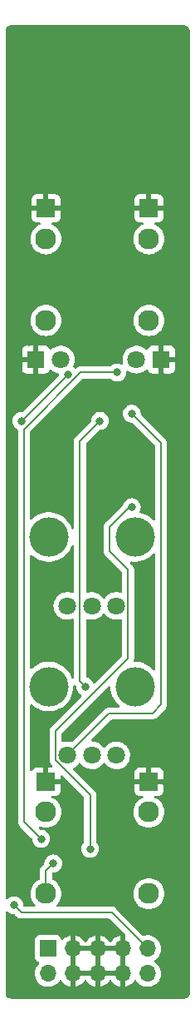
<source format=gbr>
%TF.GenerationSoftware,KiCad,Pcbnew,(6.0.0-0)*%
%TF.CreationDate,2022-01-12T00:44:37+05:30*%
%TF.ProjectId,pre,7072652e-6b69-4636-9164-5f7063625858,rev?*%
%TF.SameCoordinates,Original*%
%TF.FileFunction,Copper,L1,Top*%
%TF.FilePolarity,Positive*%
%FSLAX46Y46*%
G04 Gerber Fmt 4.6, Leading zero omitted, Abs format (unit mm)*
G04 Created by KiCad (PCBNEW (6.0.0-0)) date 2022-01-12 00:44:37*
%MOMM*%
%LPD*%
G01*
G04 APERTURE LIST*
%TA.AperFunction,ComponentPad*%
%ADD10R,1.930000X1.830000*%
%TD*%
%TA.AperFunction,ComponentPad*%
%ADD11C,2.130000*%
%TD*%
%TA.AperFunction,WasherPad*%
%ADD12C,4.000000*%
%TD*%
%TA.AperFunction,ComponentPad*%
%ADD13C,1.800000*%
%TD*%
%TA.AperFunction,ComponentPad*%
%ADD14R,1.800000X1.800000*%
%TD*%
%TA.AperFunction,ComponentPad*%
%ADD15R,1.700000X1.700000*%
%TD*%
%TA.AperFunction,ComponentPad*%
%ADD16O,1.700000X1.700000*%
%TD*%
%TA.AperFunction,ViaPad*%
%ADD17C,0.800000*%
%TD*%
%TA.AperFunction,Conductor*%
%ADD18C,0.200000*%
%TD*%
G04 APERTURE END LIST*
D10*
%TO.P,Out2,S*%
%TO.N,GND*%
X93500000Y-116670000D03*
D11*
%TO.P,Out2,T*%
%TO.N,Net-(C4-Pad2)*%
X93500000Y-128070000D03*
%TO.P,Out2,TN*%
%TO.N,unconnected-(J3-PadTN)*%
X93500000Y-119770000D03*
%TD*%
D12*
%TO.P,RV2,*%
%TO.N,*%
X92075000Y-107000000D03*
X83275000Y-107000000D03*
D13*
%TO.P,RV2,1,1*%
%TO.N,unconnected-(RV2-Pad1)*%
X90175000Y-114000000D03*
%TO.P,RV2,2,2*%
%TO.N,pot_b_R*%
X87675000Y-114000000D03*
%TO.P,RV2,3,3*%
%TO.N,pot_a_R*%
X85175000Y-114000000D03*
%TD*%
D12*
%TO.P,RV1,*%
%TO.N,*%
X92075000Y-91800000D03*
X83275000Y-91800000D03*
D13*
%TO.P,RV1,1,1*%
%TO.N,unconnected-(RV1-Pad1)*%
X90175000Y-98800000D03*
%TO.P,RV1,2,2*%
%TO.N,pot_b_L*%
X87675000Y-98800000D03*
%TO.P,RV1,3,3*%
%TO.N,pot_a_L*%
X85175000Y-98800000D03*
%TD*%
D14*
%TO.P,LED2,1,K*%
%TO.N,GND*%
X94775000Y-73750000D03*
D13*
%TO.P,LED2,2,A*%
%TO.N,Net-(LED2-Pad2)*%
X92235000Y-73750000D03*
%TD*%
D14*
%TO.P,LED1,1,K*%
%TO.N,GND*%
X81975000Y-73750000D03*
D13*
%TO.P,LED1,2,A*%
%TO.N,Net-(LED1-Pad2)*%
X84515000Y-73750000D03*
%TD*%
D15*
%TO.P,J5,1,Pin_1*%
%TO.N,-12V*%
X83225000Y-133650000D03*
D16*
%TO.P,J5,2,Pin_2*%
X83225000Y-136190000D03*
%TO.P,J5,3,Pin_3*%
%TO.N,GND*%
X85765000Y-133650000D03*
%TO.P,J5,4,Pin_4*%
X85765000Y-136190000D03*
%TO.P,J5,5,Pin_5*%
X88305000Y-133650000D03*
%TO.P,J5,6,Pin_6*%
X88305000Y-136190000D03*
%TO.P,J5,7,Pin_7*%
X90845000Y-133650000D03*
%TO.P,J5,8,Pin_8*%
X90845000Y-136190000D03*
%TO.P,J5,9,Pin_9*%
%TO.N,+12V*%
X93385000Y-133650000D03*
%TO.P,J5,10,Pin_10*%
X93385000Y-136190000D03*
%TD*%
D10*
%TO.P,IN2,S*%
%TO.N,GND*%
X93500000Y-58370000D03*
D11*
%TO.P,IN2,T*%
%TO.N,Net-(C5-Pad2)*%
X93500000Y-69770000D03*
%TO.P,IN2,TN*%
%TO.N,unconnected-(J4-PadTN)*%
X93500000Y-61470000D03*
%TD*%
D10*
%TO.P,IN1,S*%
%TO.N,GND*%
X83000000Y-58370000D03*
D11*
%TO.P,IN1,T*%
%TO.N,Net-(C2-Pad2)*%
X83000000Y-69770000D03*
%TO.P,IN1,TN*%
%TO.N,unconnected-(J2-PadTN)*%
X83000000Y-61470000D03*
%TD*%
%TO.P,Out1,TN*%
%TO.N,unconnected-(J1-PadTN)*%
X83000000Y-119770000D03*
%TO.P,Out1,T*%
%TO.N,Net-(C1-Pad2)*%
X83000000Y-128070000D03*
D10*
%TO.P,Out1,S*%
%TO.N,GND*%
X83000000Y-116670000D03*
%TD*%
D17*
%TO.N,GND*%
X90950000Y-76270000D03*
X83300000Y-80800000D03*
X87470000Y-78620000D03*
X87910000Y-73840000D03*
X96500000Y-137000000D03*
X96500000Y-132500000D03*
X79500000Y-137000000D03*
X79500000Y-132500000D03*
X96250000Y-57750000D03*
X90250000Y-57750000D03*
X87000000Y-57750000D03*
X79500000Y-57750000D03*
X87750000Y-94000000D03*
X93500000Y-101750000D03*
X82250000Y-110500000D03*
X79750000Y-114250000D03*
X89000000Y-122250000D03*
X89250000Y-116500000D03*
X95250000Y-126500000D03*
X84250000Y-95750000D03*
X82634622Y-84634622D03*
X95250000Y-116750000D03*
X88750000Y-108500000D03*
X93500000Y-99000000D03*
X88750000Y-102750000D03*
X82000000Y-102750000D03*
X83750000Y-72000000D03*
X81250000Y-72000000D03*
%TO.N,Net-(R4-Pad2)*%
X80500000Y-80000000D03*
X85250000Y-75250000D03*
%TO.N,pot_b_R*%
X88500000Y-80000000D03*
X87000000Y-107000000D03*
%TO.N,GND*%
X88500000Y-83000000D03*
X93500000Y-83500000D03*
%TO.N,Net-(C1-Pad2)*%
X91750000Y-88750000D03*
X87500000Y-123500000D03*
X83750000Y-125000000D03*
%TO.N,Net-(R8-Pad2)*%
X90260000Y-75070000D03*
X82500000Y-122500000D03*
%TO.N,pot_a_R*%
X91750000Y-79250000D03*
%TO.N,+12V*%
X79750000Y-129250000D03*
%TD*%
D18*
%TO.N,Net-(R8-Pad2)*%
X82500000Y-122500000D02*
X80750000Y-120750000D01*
X80750000Y-120750000D02*
X80750000Y-80850000D01*
X86530000Y-75070000D02*
X90260000Y-75070000D01*
X80750000Y-80850000D02*
X86530000Y-75070000D01*
%TO.N,Net-(C1-Pad2)*%
X83750000Y-125000000D02*
X83000000Y-125750000D01*
X83000000Y-125750000D02*
X83000000Y-127670000D01*
X83000000Y-127670000D02*
X83400000Y-128070000D01*
%TO.N,Net-(R4-Pad2)*%
X85250000Y-75250000D02*
X80500000Y-80000000D01*
%TO.N,pot_b_R*%
X88500000Y-80000000D02*
X86475489Y-82024511D01*
X86475489Y-106475489D02*
X87000000Y-107000000D01*
X86475489Y-82024511D02*
X86475489Y-106475489D01*
%TO.N,Net-(C1-Pad2)*%
X87500000Y-118021366D02*
X83975489Y-114496855D01*
X83975489Y-114496855D02*
X83975489Y-111524511D01*
X83975489Y-111524511D02*
X91374511Y-104125489D01*
X87500000Y-123500000D02*
X87500000Y-118021366D01*
X91374511Y-95124511D02*
X89500000Y-93250000D01*
X91374511Y-104125489D02*
X91374511Y-95124511D01*
X89500000Y-93250000D02*
X89500000Y-90750000D01*
X89500000Y-90750000D02*
X91500000Y-88750000D01*
X91500000Y-88750000D02*
X91750000Y-88750000D01*
%TO.N,pot_a_R*%
X93850022Y-109750000D02*
X89425000Y-109750000D01*
X89425000Y-109750000D02*
X85175000Y-114000000D01*
X94750000Y-108850022D02*
X93850022Y-109750000D01*
X91750000Y-79250000D02*
X94750000Y-82250000D01*
X94750000Y-82250000D02*
X94750000Y-108850022D01*
%TO.N,+12V*%
X80500000Y-130000000D02*
X79750000Y-129250000D01*
X89735000Y-130000000D02*
X80500000Y-130000000D01*
X93385000Y-133650000D02*
X89735000Y-130000000D01*
%TD*%
%TA.AperFunction,Conductor*%
%TO.N,GND*%
G36*
X97137950Y-39759500D02*
G01*
X97152751Y-39761805D01*
X97152755Y-39761805D01*
X97161624Y-39763186D01*
X97170526Y-39762022D01*
X97170530Y-39762022D01*
X97170626Y-39762009D01*
X97201063Y-39761738D01*
X97263268Y-39768746D01*
X97290775Y-39775024D01*
X97367964Y-39802034D01*
X97393384Y-39814276D01*
X97462631Y-39857787D01*
X97484690Y-39875379D01*
X97542514Y-39933203D01*
X97560106Y-39955262D01*
X97603617Y-40024509D01*
X97615859Y-40049930D01*
X97642868Y-40127117D01*
X97649147Y-40154624D01*
X97655415Y-40210251D01*
X97656198Y-40225897D01*
X97656089Y-40234855D01*
X97654707Y-40243729D01*
X97656347Y-40256269D01*
X97658829Y-40275250D01*
X97659893Y-40291588D01*
X97659893Y-138200673D01*
X97658393Y-138220057D01*
X97656088Y-138234858D01*
X97656088Y-138234862D01*
X97654707Y-138243731D01*
X97655871Y-138252633D01*
X97655871Y-138252637D01*
X97655884Y-138252733D01*
X97656155Y-138283170D01*
X97649147Y-138345375D01*
X97642868Y-138372885D01*
X97615859Y-138450071D01*
X97603617Y-138475491D01*
X97560106Y-138544738D01*
X97542514Y-138566797D01*
X97484690Y-138624621D01*
X97462631Y-138642213D01*
X97393384Y-138685724D01*
X97367963Y-138697966D01*
X97290776Y-138724975D01*
X97263269Y-138731254D01*
X97239321Y-138733952D01*
X97207637Y-138737522D01*
X97191996Y-138738305D01*
X97183038Y-138738196D01*
X97174164Y-138736814D01*
X97142643Y-138740936D01*
X97126305Y-138742000D01*
X79424327Y-138742000D01*
X79404943Y-138740500D01*
X79390142Y-138738195D01*
X79390138Y-138738195D01*
X79381269Y-138736814D01*
X79372367Y-138737978D01*
X79372363Y-138737978D01*
X79372267Y-138737991D01*
X79341830Y-138738262D01*
X79279625Y-138731254D01*
X79252118Y-138724976D01*
X79174928Y-138697966D01*
X79149509Y-138685724D01*
X79080262Y-138642213D01*
X79058203Y-138624621D01*
X79000379Y-138566797D01*
X78982787Y-138544738D01*
X78939276Y-138475491D01*
X78927034Y-138450070D01*
X78900025Y-138372883D01*
X78893746Y-138345376D01*
X78887478Y-138289749D01*
X78886695Y-138274103D01*
X78886804Y-138265145D01*
X78888186Y-138256271D01*
X78884064Y-138224749D01*
X78883000Y-138208412D01*
X78883000Y-136156695D01*
X81862251Y-136156695D01*
X81862548Y-136161848D01*
X81862548Y-136161851D01*
X81868011Y-136256590D01*
X81875110Y-136379715D01*
X81876247Y-136384761D01*
X81876248Y-136384767D01*
X81890606Y-136448475D01*
X81924222Y-136597639D01*
X82008266Y-136804616D01*
X82035686Y-136849362D01*
X82122291Y-136990688D01*
X82124987Y-136995088D01*
X82271250Y-137163938D01*
X82443126Y-137306632D01*
X82636000Y-137419338D01*
X82844692Y-137499030D01*
X82849760Y-137500061D01*
X82849763Y-137500062D01*
X82944862Y-137519410D01*
X83063597Y-137543567D01*
X83068772Y-137543757D01*
X83068774Y-137543757D01*
X83281673Y-137551564D01*
X83281677Y-137551564D01*
X83286837Y-137551753D01*
X83291957Y-137551097D01*
X83291959Y-137551097D01*
X83503288Y-137524025D01*
X83503289Y-137524025D01*
X83508416Y-137523368D01*
X83513366Y-137521883D01*
X83717429Y-137460661D01*
X83717434Y-137460659D01*
X83722384Y-137459174D01*
X83922994Y-137360896D01*
X84104860Y-137231173D01*
X84263096Y-137073489D01*
X84322594Y-136990689D01*
X84393453Y-136892077D01*
X84394640Y-136892930D01*
X84441960Y-136849362D01*
X84511897Y-136837145D01*
X84577338Y-136864678D01*
X84605166Y-136896511D01*
X84662694Y-136990388D01*
X84668777Y-136998699D01*
X84808213Y-137159667D01*
X84815580Y-137166883D01*
X84979434Y-137302916D01*
X84987881Y-137308831D01*
X85171756Y-137416279D01*
X85181042Y-137420729D01*
X85380001Y-137496703D01*
X85389899Y-137499579D01*
X85493250Y-137520606D01*
X85507299Y-137519410D01*
X85511000Y-137509065D01*
X85511000Y-137508517D01*
X86019000Y-137508517D01*
X86023064Y-137522359D01*
X86036478Y-137524393D01*
X86043184Y-137523534D01*
X86053262Y-137521392D01*
X86257255Y-137460191D01*
X86266842Y-137456433D01*
X86458095Y-137362739D01*
X86466945Y-137357464D01*
X86640328Y-137233792D01*
X86648200Y-137227139D01*
X86799052Y-137076812D01*
X86805730Y-137068965D01*
X86933022Y-136891819D01*
X86934147Y-136892627D01*
X86981669Y-136848876D01*
X87051607Y-136836661D01*
X87117046Y-136864197D01*
X87144870Y-136896028D01*
X87202690Y-136990383D01*
X87208777Y-136998699D01*
X87348213Y-137159667D01*
X87355580Y-137166883D01*
X87519434Y-137302916D01*
X87527881Y-137308831D01*
X87711756Y-137416279D01*
X87721042Y-137420729D01*
X87920001Y-137496703D01*
X87929899Y-137499579D01*
X88033250Y-137520606D01*
X88047299Y-137519410D01*
X88051000Y-137509065D01*
X88051000Y-137508517D01*
X88559000Y-137508517D01*
X88563064Y-137522359D01*
X88576478Y-137524393D01*
X88583184Y-137523534D01*
X88593262Y-137521392D01*
X88797255Y-137460191D01*
X88806842Y-137456433D01*
X88998095Y-137362739D01*
X89006945Y-137357464D01*
X89180328Y-137233792D01*
X89188200Y-137227139D01*
X89339052Y-137076812D01*
X89345730Y-137068965D01*
X89473022Y-136891819D01*
X89474147Y-136892627D01*
X89521669Y-136848876D01*
X89591607Y-136836661D01*
X89657046Y-136864197D01*
X89684870Y-136896028D01*
X89742690Y-136990383D01*
X89748777Y-136998699D01*
X89888213Y-137159667D01*
X89895580Y-137166883D01*
X90059434Y-137302916D01*
X90067881Y-137308831D01*
X90251756Y-137416279D01*
X90261042Y-137420729D01*
X90460001Y-137496703D01*
X90469899Y-137499579D01*
X90573250Y-137520606D01*
X90587299Y-137519410D01*
X90591000Y-137509065D01*
X90591000Y-136462115D01*
X90586525Y-136446876D01*
X90585135Y-136445671D01*
X90577452Y-136444000D01*
X88577115Y-136444000D01*
X88561876Y-136448475D01*
X88560671Y-136449865D01*
X88559000Y-136457548D01*
X88559000Y-137508517D01*
X88051000Y-137508517D01*
X88051000Y-136462115D01*
X88046525Y-136446876D01*
X88045135Y-136445671D01*
X88037452Y-136444000D01*
X86037115Y-136444000D01*
X86021876Y-136448475D01*
X86020671Y-136449865D01*
X86019000Y-136457548D01*
X86019000Y-137508517D01*
X85511000Y-137508517D01*
X85511000Y-135917885D01*
X86019000Y-135917885D01*
X86023475Y-135933124D01*
X86024865Y-135934329D01*
X86032548Y-135936000D01*
X88032885Y-135936000D01*
X88048124Y-135931525D01*
X88049329Y-135930135D01*
X88051000Y-135922452D01*
X88051000Y-135917885D01*
X88559000Y-135917885D01*
X88563475Y-135933124D01*
X88564865Y-135934329D01*
X88572548Y-135936000D01*
X90572885Y-135936000D01*
X90588124Y-135931525D01*
X90589329Y-135930135D01*
X90591000Y-135922452D01*
X90591000Y-133922115D01*
X90586525Y-133906876D01*
X90585135Y-133905671D01*
X90577452Y-133904000D01*
X88577115Y-133904000D01*
X88561876Y-133908475D01*
X88560671Y-133909865D01*
X88559000Y-133917548D01*
X88559000Y-135917885D01*
X88051000Y-135917885D01*
X88051000Y-133922115D01*
X88046525Y-133906876D01*
X88045135Y-133905671D01*
X88037452Y-133904000D01*
X86037115Y-133904000D01*
X86021876Y-133908475D01*
X86020671Y-133909865D01*
X86019000Y-133917548D01*
X86019000Y-135917885D01*
X85511000Y-135917885D01*
X85511000Y-133377885D01*
X86019000Y-133377885D01*
X86023475Y-133393124D01*
X86024865Y-133394329D01*
X86032548Y-133396000D01*
X88032885Y-133396000D01*
X88048124Y-133391525D01*
X88049329Y-133390135D01*
X88051000Y-133382452D01*
X88051000Y-133377885D01*
X88559000Y-133377885D01*
X88563475Y-133393124D01*
X88564865Y-133394329D01*
X88572548Y-133396000D01*
X90572885Y-133396000D01*
X90588124Y-133391525D01*
X90589329Y-133390135D01*
X90591000Y-133382452D01*
X90591000Y-132333102D01*
X90587082Y-132319758D01*
X90572806Y-132317771D01*
X90534324Y-132323660D01*
X90524288Y-132326051D01*
X90321868Y-132392212D01*
X90312359Y-132396209D01*
X90123463Y-132494542D01*
X90114738Y-132500036D01*
X89944433Y-132627905D01*
X89936726Y-132634748D01*
X89789590Y-132788717D01*
X89783104Y-132796727D01*
X89678193Y-132950521D01*
X89623282Y-132995524D01*
X89552757Y-133003695D01*
X89489010Y-132972441D01*
X89468313Y-132947957D01*
X89387427Y-132822926D01*
X89381136Y-132814757D01*
X89237806Y-132657240D01*
X89230273Y-132650215D01*
X89063139Y-132518222D01*
X89054552Y-132512517D01*
X88868117Y-132409599D01*
X88858705Y-132405369D01*
X88657959Y-132334280D01*
X88647988Y-132331646D01*
X88576837Y-132318972D01*
X88563540Y-132320432D01*
X88559000Y-132334989D01*
X88559000Y-133377885D01*
X88051000Y-133377885D01*
X88051000Y-132333102D01*
X88047082Y-132319758D01*
X88032806Y-132317771D01*
X87994324Y-132323660D01*
X87984288Y-132326051D01*
X87781868Y-132392212D01*
X87772359Y-132396209D01*
X87583463Y-132494542D01*
X87574738Y-132500036D01*
X87404433Y-132627905D01*
X87396726Y-132634748D01*
X87249590Y-132788717D01*
X87243104Y-132796727D01*
X87138193Y-132950521D01*
X87083282Y-132995524D01*
X87012757Y-133003695D01*
X86949010Y-132972441D01*
X86928313Y-132947957D01*
X86847427Y-132822926D01*
X86841136Y-132814757D01*
X86697806Y-132657240D01*
X86690273Y-132650215D01*
X86523139Y-132518222D01*
X86514552Y-132512517D01*
X86328117Y-132409599D01*
X86318705Y-132405369D01*
X86117959Y-132334280D01*
X86107988Y-132331646D01*
X86036837Y-132318972D01*
X86023540Y-132320432D01*
X86019000Y-132334989D01*
X86019000Y-133377885D01*
X85511000Y-133377885D01*
X85511000Y-132333102D01*
X85507082Y-132319758D01*
X85492806Y-132317771D01*
X85454324Y-132323660D01*
X85444288Y-132326051D01*
X85241868Y-132392212D01*
X85232359Y-132396209D01*
X85043463Y-132494542D01*
X85034738Y-132500036D01*
X84864433Y-132627905D01*
X84856726Y-132634748D01*
X84779478Y-132715584D01*
X84717954Y-132751014D01*
X84647042Y-132747557D01*
X84589255Y-132706311D01*
X84570402Y-132672763D01*
X84528767Y-132561703D01*
X84525615Y-132553295D01*
X84438261Y-132436739D01*
X84321705Y-132349385D01*
X84185316Y-132298255D01*
X84123134Y-132291500D01*
X82326866Y-132291500D01*
X82264684Y-132298255D01*
X82128295Y-132349385D01*
X82011739Y-132436739D01*
X81924385Y-132553295D01*
X81873255Y-132689684D01*
X81866500Y-132751866D01*
X81866500Y-134548134D01*
X81873255Y-134610316D01*
X81924385Y-134746705D01*
X82011739Y-134863261D01*
X82128295Y-134950615D01*
X82136704Y-134953767D01*
X82136705Y-134953768D01*
X82245451Y-134994535D01*
X82302216Y-135037176D01*
X82326916Y-135103738D01*
X82311709Y-135173087D01*
X82292316Y-135199568D01*
X82165629Y-135332138D01*
X82162715Y-135336410D01*
X82162714Y-135336411D01*
X82150409Y-135354450D01*
X82039743Y-135516680D01*
X81945688Y-135719305D01*
X81885989Y-135934570D01*
X81862251Y-136156695D01*
X78883000Y-136156695D01*
X78883000Y-129973071D01*
X78903002Y-129904950D01*
X78956658Y-129858457D01*
X79026932Y-129848353D01*
X79091512Y-129877847D01*
X79102631Y-129888755D01*
X79138747Y-129928866D01*
X79293248Y-130041118D01*
X79299276Y-130043802D01*
X79299278Y-130043803D01*
X79461681Y-130116109D01*
X79467712Y-130118794D01*
X79561113Y-130138647D01*
X79648056Y-130157128D01*
X79648061Y-130157128D01*
X79654513Y-130158500D01*
X79745761Y-130158500D01*
X79813882Y-130178502D01*
X79834856Y-130195405D01*
X80035685Y-130396234D01*
X80046552Y-130408625D01*
X80066013Y-130433987D01*
X80097925Y-130458474D01*
X80097928Y-130458477D01*
X80193124Y-130531524D01*
X80254438Y-130556921D01*
X80333520Y-130589678D01*
X80333523Y-130589679D01*
X80341150Y-130592838D01*
X80460115Y-130608500D01*
X80460120Y-130608500D01*
X80460129Y-130608501D01*
X80491812Y-130612672D01*
X80500000Y-130613750D01*
X80531693Y-130609578D01*
X80548136Y-130608500D01*
X89430761Y-130608500D01*
X89498882Y-130628502D01*
X89519856Y-130645405D01*
X91071381Y-132196930D01*
X91105407Y-132259242D01*
X91102570Y-132323545D01*
X91099000Y-132334990D01*
X91099000Y-137508517D01*
X91103064Y-137522359D01*
X91116478Y-137524393D01*
X91123184Y-137523534D01*
X91133262Y-137521392D01*
X91337255Y-137460191D01*
X91346842Y-137456433D01*
X91538095Y-137362739D01*
X91546945Y-137357464D01*
X91720328Y-137233792D01*
X91728200Y-137227139D01*
X91879052Y-137076812D01*
X91885730Y-137068965D01*
X92013022Y-136891819D01*
X92014279Y-136892722D01*
X92061373Y-136849362D01*
X92131311Y-136837145D01*
X92196751Y-136864678D01*
X92224579Y-136896511D01*
X92284987Y-136995088D01*
X92431250Y-137163938D01*
X92603126Y-137306632D01*
X92796000Y-137419338D01*
X93004692Y-137499030D01*
X93009760Y-137500061D01*
X93009763Y-137500062D01*
X93104862Y-137519410D01*
X93223597Y-137543567D01*
X93228772Y-137543757D01*
X93228774Y-137543757D01*
X93441673Y-137551564D01*
X93441677Y-137551564D01*
X93446837Y-137551753D01*
X93451957Y-137551097D01*
X93451959Y-137551097D01*
X93663288Y-137524025D01*
X93663289Y-137524025D01*
X93668416Y-137523368D01*
X93673366Y-137521883D01*
X93877429Y-137460661D01*
X93877434Y-137460659D01*
X93882384Y-137459174D01*
X94082994Y-137360896D01*
X94264860Y-137231173D01*
X94423096Y-137073489D01*
X94482594Y-136990689D01*
X94550435Y-136896277D01*
X94553453Y-136892077D01*
X94566995Y-136864678D01*
X94650136Y-136696453D01*
X94650137Y-136696451D01*
X94652430Y-136691811D01*
X94717370Y-136478069D01*
X94746529Y-136256590D01*
X94748156Y-136190000D01*
X94729852Y-135967361D01*
X94675431Y-135750702D01*
X94586354Y-135545840D01*
X94465014Y-135358277D01*
X94314670Y-135193051D01*
X94310619Y-135189852D01*
X94310615Y-135189848D01*
X94143414Y-135057800D01*
X94143410Y-135057798D01*
X94139359Y-135054598D01*
X94098053Y-135031796D01*
X94048084Y-134981364D01*
X94033312Y-134911921D01*
X94058428Y-134845516D01*
X94085780Y-134818909D01*
X94129603Y-134787650D01*
X94264860Y-134691173D01*
X94423096Y-134533489D01*
X94553453Y-134352077D01*
X94566995Y-134324678D01*
X94650136Y-134156453D01*
X94650137Y-134156451D01*
X94652430Y-134151811D01*
X94717370Y-133938069D01*
X94746529Y-133716590D01*
X94748156Y-133650000D01*
X94729852Y-133427361D01*
X94675431Y-133210702D01*
X94586354Y-133005840D01*
X94465014Y-132818277D01*
X94314670Y-132653051D01*
X94310619Y-132649852D01*
X94310615Y-132649848D01*
X94143414Y-132517800D01*
X94143410Y-132517798D01*
X94139359Y-132514598D01*
X94103028Y-132494542D01*
X94087136Y-132485769D01*
X93943789Y-132406638D01*
X93938920Y-132404914D01*
X93938916Y-132404912D01*
X93738087Y-132333795D01*
X93738083Y-132333794D01*
X93733212Y-132332069D01*
X93728119Y-132331162D01*
X93728116Y-132331161D01*
X93518373Y-132293800D01*
X93518367Y-132293799D01*
X93513284Y-132292894D01*
X93439452Y-132291992D01*
X93295081Y-132290228D01*
X93295079Y-132290228D01*
X93289911Y-132290165D01*
X93142627Y-132312703D01*
X93074200Y-132323173D01*
X93074197Y-132323174D01*
X93069091Y-132323955D01*
X93064176Y-132325562D01*
X93064174Y-132325562D01*
X93029890Y-132336768D01*
X92958927Y-132338921D01*
X92901648Y-132306099D01*
X90199315Y-129603766D01*
X90188448Y-129591375D01*
X90174013Y-129572563D01*
X90168987Y-129566013D01*
X90137075Y-129541526D01*
X90137072Y-129541523D01*
X90111128Y-129521615D01*
X90048429Y-129473504D01*
X90048427Y-129473503D01*
X90041876Y-129468476D01*
X89893851Y-129407162D01*
X89885664Y-129406084D01*
X89885663Y-129406084D01*
X89874458Y-129404609D01*
X89843262Y-129400502D01*
X89774885Y-129391500D01*
X89774882Y-129391500D01*
X89774874Y-129391499D01*
X89743189Y-129387328D01*
X89735000Y-129386250D01*
X89703307Y-129390422D01*
X89686864Y-129391500D01*
X84213937Y-129391500D01*
X84145816Y-129371498D01*
X84099323Y-129317842D01*
X84089219Y-129247568D01*
X84118126Y-129183669D01*
X84229050Y-129053794D01*
X84276925Y-128997740D01*
X84406334Y-128786563D01*
X84434414Y-128718774D01*
X84499221Y-128562315D01*
X84499222Y-128562313D01*
X84501115Y-128557742D01*
X84525494Y-128456197D01*
X84557779Y-128321724D01*
X84557780Y-128321718D01*
X84558934Y-128316911D01*
X84578366Y-128070000D01*
X91921634Y-128070000D01*
X91941066Y-128316911D01*
X91942220Y-128321718D01*
X91942221Y-128321724D01*
X91974506Y-128456197D01*
X91998885Y-128557742D01*
X92000778Y-128562313D01*
X92000779Y-128562315D01*
X92065587Y-128718774D01*
X92093666Y-128786563D01*
X92223075Y-128997740D01*
X92383927Y-129186073D01*
X92572260Y-129346925D01*
X92783437Y-129476334D01*
X92788007Y-129478227D01*
X92788011Y-129478229D01*
X93007685Y-129569221D01*
X93012258Y-129571115D01*
X93096646Y-129591375D01*
X93248276Y-129627779D01*
X93248282Y-129627780D01*
X93253089Y-129628934D01*
X93500000Y-129648366D01*
X93746911Y-129628934D01*
X93751718Y-129627780D01*
X93751724Y-129627779D01*
X93903354Y-129591375D01*
X93987742Y-129571115D01*
X93992315Y-129569221D01*
X94211989Y-129478229D01*
X94211993Y-129478227D01*
X94216563Y-129476334D01*
X94427740Y-129346925D01*
X94616073Y-129186073D01*
X94776925Y-128997740D01*
X94906334Y-128786563D01*
X94934414Y-128718774D01*
X94999221Y-128562315D01*
X94999222Y-128562313D01*
X95001115Y-128557742D01*
X95025494Y-128456197D01*
X95057779Y-128321724D01*
X95057780Y-128321718D01*
X95058934Y-128316911D01*
X95078366Y-128070000D01*
X95058934Y-127823089D01*
X95057780Y-127818282D01*
X95057779Y-127818276D01*
X95002270Y-127587070D01*
X95001115Y-127582258D01*
X94906334Y-127353437D01*
X94776925Y-127142260D01*
X94616073Y-126953927D01*
X94427740Y-126793075D01*
X94216563Y-126663666D01*
X94211993Y-126661773D01*
X94211989Y-126661771D01*
X93992315Y-126570779D01*
X93992313Y-126570778D01*
X93987742Y-126568885D01*
X93902830Y-126548499D01*
X93751724Y-126512221D01*
X93751718Y-126512220D01*
X93746911Y-126511066D01*
X93500000Y-126491634D01*
X93253089Y-126511066D01*
X93248282Y-126512220D01*
X93248276Y-126512221D01*
X93097170Y-126548499D01*
X93012258Y-126568885D01*
X93007687Y-126570778D01*
X93007685Y-126570779D01*
X92788011Y-126661771D01*
X92788007Y-126661773D01*
X92783437Y-126663666D01*
X92572260Y-126793075D01*
X92383927Y-126953927D01*
X92223075Y-127142260D01*
X92093666Y-127353437D01*
X91998885Y-127582258D01*
X91997730Y-127587070D01*
X91942221Y-127818276D01*
X91942220Y-127818282D01*
X91941066Y-127823089D01*
X91921634Y-128070000D01*
X84578366Y-128070000D01*
X84558934Y-127823089D01*
X84557780Y-127818282D01*
X84557779Y-127818276D01*
X84502270Y-127587070D01*
X84501115Y-127582258D01*
X84406334Y-127353437D01*
X84276925Y-127142260D01*
X84116073Y-126953927D01*
X83927740Y-126793075D01*
X83716563Y-126663666D01*
X83686281Y-126651123D01*
X83631001Y-126606574D01*
X83608500Y-126534714D01*
X83608500Y-126054239D01*
X83628502Y-125986118D01*
X83645405Y-125965144D01*
X83665144Y-125945405D01*
X83727456Y-125911379D01*
X83754239Y-125908500D01*
X83845487Y-125908500D01*
X83851939Y-125907128D01*
X83851944Y-125907128D01*
X83938888Y-125888647D01*
X84032288Y-125868794D01*
X84038319Y-125866109D01*
X84200722Y-125793803D01*
X84200724Y-125793802D01*
X84206752Y-125791118D01*
X84219729Y-125781690D01*
X84274617Y-125741811D01*
X84361253Y-125678866D01*
X84489040Y-125536944D01*
X84584527Y-125371556D01*
X84643542Y-125189928D01*
X84663504Y-125000000D01*
X84643542Y-124810072D01*
X84584527Y-124628444D01*
X84489040Y-124463056D01*
X84361253Y-124321134D01*
X84206752Y-124208882D01*
X84200724Y-124206198D01*
X84200722Y-124206197D01*
X84038319Y-124133891D01*
X84038318Y-124133891D01*
X84032288Y-124131206D01*
X83938887Y-124111353D01*
X83851944Y-124092872D01*
X83851939Y-124092872D01*
X83845487Y-124091500D01*
X83654513Y-124091500D01*
X83648061Y-124092872D01*
X83648056Y-124092872D01*
X83561113Y-124111353D01*
X83467712Y-124131206D01*
X83461682Y-124133891D01*
X83461681Y-124133891D01*
X83299278Y-124206197D01*
X83299276Y-124206198D01*
X83293248Y-124208882D01*
X83138747Y-124321134D01*
X83010960Y-124463056D01*
X82915473Y-124628444D01*
X82856458Y-124810072D01*
X82836496Y-125000000D01*
X82836684Y-125001786D01*
X82817184Y-125068196D01*
X82800281Y-125089170D01*
X82603766Y-125285685D01*
X82591375Y-125296552D01*
X82566013Y-125316013D01*
X82541526Y-125347925D01*
X82541523Y-125347928D01*
X82468476Y-125443124D01*
X82407162Y-125591149D01*
X82407162Y-125591150D01*
X82405414Y-125604426D01*
X82395614Y-125678866D01*
X82391500Y-125710115D01*
X82391500Y-125710120D01*
X82386250Y-125750000D01*
X82387328Y-125758188D01*
X82390422Y-125781690D01*
X82391500Y-125798136D01*
X82391500Y-126534714D01*
X82371498Y-126602835D01*
X82313719Y-126651123D01*
X82283437Y-126663666D01*
X82072260Y-126793075D01*
X81883927Y-126953927D01*
X81723075Y-127142260D01*
X81593666Y-127353437D01*
X81498885Y-127582258D01*
X81497730Y-127587070D01*
X81442221Y-127818276D01*
X81442220Y-127818282D01*
X81441066Y-127823089D01*
X81421634Y-128070000D01*
X81441066Y-128316911D01*
X81442220Y-128321718D01*
X81442221Y-128321724D01*
X81474506Y-128456197D01*
X81498885Y-128557742D01*
X81500778Y-128562313D01*
X81500779Y-128562315D01*
X81565587Y-128718774D01*
X81593666Y-128786563D01*
X81723075Y-128997740D01*
X81770950Y-129053794D01*
X81881874Y-129183669D01*
X81910905Y-129248459D01*
X81900300Y-129318659D01*
X81853425Y-129371981D01*
X81786063Y-129391500D01*
X80804239Y-129391500D01*
X80736118Y-129371498D01*
X80715144Y-129354595D01*
X80699719Y-129339170D01*
X80665693Y-129276858D01*
X80663159Y-129253284D01*
X80663504Y-129250000D01*
X80643542Y-129060072D01*
X80584527Y-128878444D01*
X80489040Y-128713056D01*
X80361253Y-128571134D01*
X80206752Y-128458882D01*
X80200724Y-128456198D01*
X80200722Y-128456197D01*
X80038319Y-128383891D01*
X80038318Y-128383891D01*
X80032288Y-128381206D01*
X79938887Y-128361353D01*
X79851944Y-128342872D01*
X79851939Y-128342872D01*
X79845487Y-128341500D01*
X79654513Y-128341500D01*
X79648061Y-128342872D01*
X79648056Y-128342872D01*
X79561113Y-128361353D01*
X79467712Y-128381206D01*
X79461682Y-128383891D01*
X79461681Y-128383891D01*
X79299278Y-128456197D01*
X79299276Y-128456198D01*
X79293248Y-128458882D01*
X79138747Y-128571134D01*
X79102635Y-128611241D01*
X79042190Y-128648479D01*
X78971206Y-128647127D01*
X78912222Y-128607613D01*
X78883964Y-128542482D01*
X78883000Y-128526929D01*
X78883000Y-80000000D01*
X79586496Y-80000000D01*
X79587186Y-80006565D01*
X79603011Y-80157128D01*
X79606458Y-80189928D01*
X79665473Y-80371556D01*
X79760960Y-80536944D01*
X79888747Y-80678866D01*
X80043248Y-80791118D01*
X80049284Y-80793805D01*
X80049285Y-80793806D01*
X80066749Y-80801582D01*
X80120845Y-80847562D01*
X80141500Y-80916688D01*
X80141500Y-120701864D01*
X80140422Y-120718307D01*
X80136250Y-120750000D01*
X80141500Y-120789880D01*
X80141500Y-120789885D01*
X80154163Y-120886073D01*
X80157162Y-120908851D01*
X80218476Y-121056876D01*
X80223503Y-121063427D01*
X80223504Y-121063429D01*
X80291520Y-121152069D01*
X80291526Y-121152075D01*
X80316013Y-121183987D01*
X80322568Y-121189017D01*
X80341379Y-121203452D01*
X80353770Y-121214319D01*
X81550281Y-122410830D01*
X81584307Y-122473142D01*
X81586841Y-122496716D01*
X81586496Y-122500000D01*
X81606458Y-122689928D01*
X81665473Y-122871556D01*
X81760960Y-123036944D01*
X81888747Y-123178866D01*
X82043248Y-123291118D01*
X82049276Y-123293802D01*
X82049278Y-123293803D01*
X82100560Y-123316635D01*
X82217712Y-123368794D01*
X82311112Y-123388647D01*
X82398056Y-123407128D01*
X82398061Y-123407128D01*
X82404513Y-123408500D01*
X82595487Y-123408500D01*
X82601939Y-123407128D01*
X82601944Y-123407128D01*
X82688888Y-123388647D01*
X82782288Y-123368794D01*
X82899440Y-123316635D01*
X82950722Y-123293803D01*
X82950724Y-123293802D01*
X82956752Y-123291118D01*
X83111253Y-123178866D01*
X83239040Y-123036944D01*
X83334527Y-122871556D01*
X83393542Y-122689928D01*
X83413504Y-122500000D01*
X83393542Y-122310072D01*
X83334527Y-122128444D01*
X83239040Y-121963056D01*
X83111253Y-121821134D01*
X82956752Y-121708882D01*
X82950724Y-121706198D01*
X82950722Y-121706197D01*
X82788319Y-121633891D01*
X82788318Y-121633891D01*
X82782288Y-121631206D01*
X82688887Y-121611353D01*
X82601944Y-121592872D01*
X82601939Y-121592872D01*
X82595487Y-121591500D01*
X82504239Y-121591500D01*
X82436118Y-121571498D01*
X82415144Y-121554595D01*
X82310456Y-121449907D01*
X82276430Y-121387595D01*
X82281495Y-121316780D01*
X82324042Y-121259944D01*
X82390562Y-121235133D01*
X82447769Y-121244403D01*
X82507685Y-121269221D01*
X82512258Y-121271115D01*
X82597170Y-121291501D01*
X82748276Y-121327779D01*
X82748282Y-121327780D01*
X82753089Y-121328934D01*
X83000000Y-121348366D01*
X83246911Y-121328934D01*
X83251718Y-121327780D01*
X83251724Y-121327779D01*
X83402830Y-121291501D01*
X83487742Y-121271115D01*
X83492315Y-121269221D01*
X83711989Y-121178229D01*
X83711993Y-121178227D01*
X83716563Y-121176334D01*
X83927740Y-121046925D01*
X84116073Y-120886073D01*
X84276925Y-120697740D01*
X84406334Y-120486563D01*
X84501115Y-120257742D01*
X84521501Y-120172830D01*
X84557779Y-120021724D01*
X84557780Y-120021718D01*
X84558934Y-120016911D01*
X84578366Y-119770000D01*
X84558934Y-119523089D01*
X84557780Y-119518282D01*
X84557779Y-119518276D01*
X84502270Y-119287070D01*
X84501115Y-119282258D01*
X84406334Y-119053437D01*
X84276925Y-118842260D01*
X84116073Y-118653927D01*
X83927740Y-118493075D01*
X83716563Y-118363666D01*
X83648342Y-118335408D01*
X83593062Y-118290859D01*
X83570641Y-118223496D01*
X83588199Y-118154705D01*
X83640162Y-118106326D01*
X83696561Y-118092999D01*
X84009669Y-118092999D01*
X84016490Y-118092629D01*
X84067352Y-118087105D01*
X84082604Y-118083479D01*
X84203054Y-118038324D01*
X84218649Y-118029786D01*
X84320724Y-117953285D01*
X84333285Y-117940724D01*
X84409786Y-117838649D01*
X84418324Y-117823054D01*
X84463478Y-117702606D01*
X84467105Y-117687351D01*
X84472631Y-117636486D01*
X84473000Y-117629672D01*
X84473000Y-116942115D01*
X84468525Y-116926876D01*
X84467135Y-116925671D01*
X84459452Y-116924000D01*
X82872000Y-116924000D01*
X82803879Y-116903998D01*
X82757386Y-116850342D01*
X82746000Y-116798000D01*
X82746000Y-115265116D01*
X82741525Y-115249877D01*
X82740135Y-115248672D01*
X82732452Y-115247001D01*
X81990331Y-115247001D01*
X81983510Y-115247371D01*
X81932648Y-115252895D01*
X81917396Y-115256521D01*
X81796946Y-115301676D01*
X81781351Y-115310214D01*
X81679276Y-115386715D01*
X81666719Y-115399272D01*
X81585327Y-115507874D01*
X81528467Y-115550389D01*
X81457649Y-115555415D01*
X81395355Y-115521355D01*
X81361365Y-115459024D01*
X81358500Y-115432309D01*
X81358500Y-108932619D01*
X81378502Y-108864498D01*
X81432158Y-108818005D01*
X81502432Y-108807901D01*
X81570753Y-108840769D01*
X81672860Y-108936654D01*
X81928221Y-109122184D01*
X81931690Y-109124091D01*
X81931693Y-109124093D01*
X82201352Y-109272340D01*
X82204821Y-109274247D01*
X82208490Y-109275700D01*
X82208495Y-109275702D01*
X82494628Y-109388990D01*
X82498298Y-109390443D01*
X82804025Y-109468940D01*
X83117179Y-109508500D01*
X83432821Y-109508500D01*
X83745975Y-109468940D01*
X84051702Y-109390443D01*
X84055372Y-109388990D01*
X84341505Y-109275702D01*
X84341510Y-109275700D01*
X84345179Y-109274247D01*
X84348648Y-109272340D01*
X84618307Y-109124093D01*
X84618310Y-109124091D01*
X84621779Y-109122184D01*
X84877140Y-108936654D01*
X85107233Y-108720582D01*
X85308432Y-108477375D01*
X85477562Y-108210869D01*
X85479246Y-108207290D01*
X85479250Y-108207283D01*
X85610267Y-107928856D01*
X85610269Y-107928852D01*
X85611956Y-107925266D01*
X85709495Y-107625072D01*
X85768641Y-107315020D01*
X85788460Y-107000000D01*
X85785614Y-106954768D01*
X85801299Y-106885527D01*
X85851929Y-106835756D01*
X85921430Y-106821260D01*
X85987735Y-106846639D01*
X86011323Y-106870148D01*
X86017008Y-106877556D01*
X86017012Y-106877561D01*
X86017015Y-106877564D01*
X86041502Y-106909476D01*
X86048053Y-106914503D01*
X86050284Y-106916734D01*
X86084307Y-106979047D01*
X86086527Y-106999701D01*
X86086496Y-107000000D01*
X86087186Y-107006565D01*
X86095894Y-107089413D01*
X86106458Y-107189928D01*
X86165473Y-107371556D01*
X86260960Y-107536944D01*
X86388747Y-107678866D01*
X86543248Y-107791118D01*
X86549275Y-107793801D01*
X86549283Y-107793806D01*
X86586866Y-107810539D01*
X86640961Y-107856519D01*
X86661610Y-107924447D01*
X86642257Y-107992755D01*
X86624711Y-108014740D01*
X83579255Y-111060196D01*
X83566864Y-111071063D01*
X83541502Y-111090524D01*
X83517015Y-111122436D01*
X83517012Y-111122439D01*
X83443965Y-111217635D01*
X83443965Y-111217636D01*
X83382651Y-111365661D01*
X83366989Y-111484626D01*
X83366989Y-111484631D01*
X83361739Y-111524511D01*
X83362817Y-111532699D01*
X83365911Y-111556201D01*
X83366989Y-111572647D01*
X83366989Y-114448719D01*
X83365911Y-114465162D01*
X83361739Y-114496855D01*
X83366989Y-114536735D01*
X83366989Y-114536740D01*
X83375432Y-114600873D01*
X83382651Y-114655706D01*
X83443965Y-114803731D01*
X83448992Y-114810282D01*
X83448993Y-114810284D01*
X83517009Y-114898924D01*
X83517015Y-114898930D01*
X83541502Y-114930842D01*
X83548057Y-114935872D01*
X83566868Y-114950307D01*
X83579259Y-114961174D01*
X83649990Y-115031905D01*
X83684016Y-115094217D01*
X83678951Y-115165032D01*
X83636404Y-115221868D01*
X83569884Y-115246679D01*
X83560895Y-115247000D01*
X83272115Y-115247000D01*
X83256876Y-115251475D01*
X83255671Y-115252865D01*
X83254000Y-115260548D01*
X83254000Y-116397885D01*
X83258475Y-116413124D01*
X83259865Y-116414329D01*
X83267548Y-116416000D01*
X84454884Y-116416000D01*
X84470123Y-116411525D01*
X84471328Y-116410135D01*
X84472999Y-116402452D01*
X84472999Y-116159104D01*
X84493001Y-116090983D01*
X84546657Y-116044490D01*
X84616931Y-116034386D01*
X84681511Y-116063880D01*
X84688094Y-116070009D01*
X86854595Y-118236510D01*
X86888621Y-118298822D01*
X86891500Y-118325605D01*
X86891500Y-122769710D01*
X86871498Y-122837831D01*
X86859136Y-122854020D01*
X86760960Y-122963056D01*
X86665473Y-123128444D01*
X86606458Y-123310072D01*
X86586496Y-123500000D01*
X86606458Y-123689928D01*
X86665473Y-123871556D01*
X86760960Y-124036944D01*
X86888747Y-124178866D01*
X87043248Y-124291118D01*
X87049276Y-124293802D01*
X87049278Y-124293803D01*
X87211681Y-124366109D01*
X87217712Y-124368794D01*
X87311113Y-124388647D01*
X87398056Y-124407128D01*
X87398061Y-124407128D01*
X87404513Y-124408500D01*
X87595487Y-124408500D01*
X87601939Y-124407128D01*
X87601944Y-124407128D01*
X87688887Y-124388647D01*
X87782288Y-124368794D01*
X87788319Y-124366109D01*
X87950722Y-124293803D01*
X87950724Y-124293802D01*
X87956752Y-124291118D01*
X88111253Y-124178866D01*
X88239040Y-124036944D01*
X88334527Y-123871556D01*
X88393542Y-123689928D01*
X88413504Y-123500000D01*
X88393542Y-123310072D01*
X88334527Y-123128444D01*
X88239040Y-122963056D01*
X88140864Y-122854020D01*
X88110146Y-122790013D01*
X88108500Y-122769710D01*
X88108500Y-119770000D01*
X91921634Y-119770000D01*
X91941066Y-120016911D01*
X91942220Y-120021718D01*
X91942221Y-120021724D01*
X91978499Y-120172830D01*
X91998885Y-120257742D01*
X92093666Y-120486563D01*
X92223075Y-120697740D01*
X92383927Y-120886073D01*
X92572260Y-121046925D01*
X92783437Y-121176334D01*
X92788007Y-121178227D01*
X92788011Y-121178229D01*
X93007685Y-121269221D01*
X93012258Y-121271115D01*
X93097170Y-121291501D01*
X93248276Y-121327779D01*
X93248282Y-121327780D01*
X93253089Y-121328934D01*
X93500000Y-121348366D01*
X93746911Y-121328934D01*
X93751718Y-121327780D01*
X93751724Y-121327779D01*
X93902830Y-121291501D01*
X93987742Y-121271115D01*
X93992315Y-121269221D01*
X94211989Y-121178229D01*
X94211993Y-121178227D01*
X94216563Y-121176334D01*
X94427740Y-121046925D01*
X94616073Y-120886073D01*
X94776925Y-120697740D01*
X94906334Y-120486563D01*
X95001115Y-120257742D01*
X95021501Y-120172830D01*
X95057779Y-120021724D01*
X95057780Y-120021718D01*
X95058934Y-120016911D01*
X95078366Y-119770000D01*
X95058934Y-119523089D01*
X95057780Y-119518282D01*
X95057779Y-119518276D01*
X95002270Y-119287070D01*
X95001115Y-119282258D01*
X94906334Y-119053437D01*
X94776925Y-118842260D01*
X94616073Y-118653927D01*
X94427740Y-118493075D01*
X94216563Y-118363666D01*
X94148342Y-118335408D01*
X94093062Y-118290859D01*
X94070641Y-118223496D01*
X94088199Y-118154705D01*
X94140162Y-118106326D01*
X94196561Y-118092999D01*
X94509669Y-118092999D01*
X94516490Y-118092629D01*
X94567352Y-118087105D01*
X94582604Y-118083479D01*
X94703054Y-118038324D01*
X94718649Y-118029786D01*
X94820724Y-117953285D01*
X94833285Y-117940724D01*
X94909786Y-117838649D01*
X94918324Y-117823054D01*
X94963478Y-117702606D01*
X94967105Y-117687351D01*
X94972631Y-117636486D01*
X94973000Y-117629672D01*
X94973000Y-116942115D01*
X94968525Y-116926876D01*
X94967135Y-116925671D01*
X94959452Y-116924000D01*
X92045116Y-116924000D01*
X92029877Y-116928475D01*
X92028672Y-116929865D01*
X92027001Y-116937548D01*
X92027001Y-117629669D01*
X92027371Y-117636490D01*
X92032895Y-117687352D01*
X92036521Y-117702604D01*
X92081676Y-117823054D01*
X92090214Y-117838649D01*
X92166715Y-117940724D01*
X92179276Y-117953285D01*
X92281351Y-118029786D01*
X92296946Y-118038324D01*
X92417394Y-118083478D01*
X92432649Y-118087105D01*
X92483514Y-118092631D01*
X92490328Y-118093000D01*
X92803438Y-118093000D01*
X92871559Y-118113002D01*
X92918052Y-118166658D01*
X92928156Y-118236932D01*
X92898662Y-118301512D01*
X92851657Y-118335408D01*
X92823360Y-118347129D01*
X92788011Y-118361771D01*
X92788007Y-118361773D01*
X92783437Y-118363666D01*
X92572260Y-118493075D01*
X92383927Y-118653927D01*
X92223075Y-118842260D01*
X92093666Y-119053437D01*
X91998885Y-119282258D01*
X91997730Y-119287070D01*
X91942221Y-119518276D01*
X91942220Y-119518282D01*
X91941066Y-119523089D01*
X91921634Y-119770000D01*
X88108500Y-119770000D01*
X88108500Y-118069502D01*
X88109578Y-118053056D01*
X88112672Y-118029554D01*
X88113750Y-118021366D01*
X88108500Y-117981488D01*
X88108500Y-117981481D01*
X88092838Y-117862516D01*
X88031524Y-117714491D01*
X88031524Y-117714490D01*
X88022404Y-117702604D01*
X87958483Y-117619302D01*
X87958477Y-117619294D01*
X87958474Y-117619291D01*
X87933987Y-117587379D01*
X87927432Y-117582349D01*
X87908621Y-117567914D01*
X87896230Y-117557047D01*
X86737068Y-116397885D01*
X92027000Y-116397885D01*
X92031475Y-116413124D01*
X92032865Y-116414329D01*
X92040548Y-116416000D01*
X93227885Y-116416000D01*
X93243124Y-116411525D01*
X93244329Y-116410135D01*
X93246000Y-116402452D01*
X93246000Y-116397885D01*
X93754000Y-116397885D01*
X93758475Y-116413124D01*
X93759865Y-116414329D01*
X93767548Y-116416000D01*
X94954884Y-116416000D01*
X94970123Y-116411525D01*
X94971328Y-116410135D01*
X94972999Y-116402452D01*
X94972999Y-115710331D01*
X94972629Y-115703510D01*
X94967105Y-115652648D01*
X94963479Y-115637396D01*
X94918324Y-115516946D01*
X94909786Y-115501351D01*
X94833285Y-115399276D01*
X94820724Y-115386715D01*
X94718649Y-115310214D01*
X94703054Y-115301676D01*
X94582606Y-115256522D01*
X94567351Y-115252895D01*
X94516486Y-115247369D01*
X94509672Y-115247000D01*
X93772115Y-115247000D01*
X93756876Y-115251475D01*
X93755671Y-115252865D01*
X93754000Y-115260548D01*
X93754000Y-116397885D01*
X93246000Y-116397885D01*
X93246000Y-115265116D01*
X93241525Y-115249877D01*
X93240135Y-115248672D01*
X93232452Y-115247001D01*
X92490331Y-115247001D01*
X92483510Y-115247371D01*
X92432648Y-115252895D01*
X92417396Y-115256521D01*
X92296946Y-115301676D01*
X92281351Y-115310214D01*
X92179276Y-115386715D01*
X92166715Y-115399276D01*
X92090214Y-115501351D01*
X92081676Y-115516946D01*
X92036522Y-115637394D01*
X92032895Y-115652649D01*
X92027369Y-115703514D01*
X92027000Y-115710328D01*
X92027000Y-116397885D01*
X86737068Y-116397885D01*
X85791459Y-115452276D01*
X85757433Y-115389964D01*
X85762498Y-115319149D01*
X85805045Y-115262313D01*
X85825121Y-115250030D01*
X85894044Y-115216265D01*
X85894052Y-115216260D01*
X85898684Y-115213991D01*
X86087243Y-115079494D01*
X86251303Y-114916005D01*
X86320370Y-114819888D01*
X86376365Y-114776240D01*
X86447068Y-114769794D01*
X86510033Y-114802597D01*
X86530128Y-114827584D01*
X86531799Y-114830311D01*
X86531804Y-114830317D01*
X86534501Y-114834719D01*
X86686147Y-115009784D01*
X86864349Y-115157730D01*
X87064322Y-115274584D01*
X87280694Y-115357209D01*
X87285760Y-115358240D01*
X87285761Y-115358240D01*
X87338846Y-115369040D01*
X87507656Y-115403385D01*
X87638324Y-115408176D01*
X87733949Y-115411683D01*
X87733953Y-115411683D01*
X87739113Y-115411872D01*
X87744233Y-115411216D01*
X87744235Y-115411216D01*
X87837470Y-115399272D01*
X87968847Y-115382442D01*
X87973795Y-115380957D01*
X87973802Y-115380956D01*
X88185747Y-115317369D01*
X88190690Y-115315886D01*
X88202268Y-115310214D01*
X88394049Y-115216262D01*
X88394052Y-115216260D01*
X88398684Y-115213991D01*
X88587243Y-115079494D01*
X88751303Y-114916005D01*
X88820370Y-114819888D01*
X88876365Y-114776240D01*
X88947068Y-114769794D01*
X89010033Y-114802597D01*
X89030128Y-114827584D01*
X89031799Y-114830311D01*
X89031804Y-114830317D01*
X89034501Y-114834719D01*
X89186147Y-115009784D01*
X89364349Y-115157730D01*
X89564322Y-115274584D01*
X89780694Y-115357209D01*
X89785760Y-115358240D01*
X89785761Y-115358240D01*
X89838846Y-115369040D01*
X90007656Y-115403385D01*
X90138324Y-115408176D01*
X90233949Y-115411683D01*
X90233953Y-115411683D01*
X90239113Y-115411872D01*
X90244233Y-115411216D01*
X90244235Y-115411216D01*
X90337470Y-115399272D01*
X90468847Y-115382442D01*
X90473795Y-115380957D01*
X90473802Y-115380956D01*
X90685747Y-115317369D01*
X90690690Y-115315886D01*
X90702268Y-115310214D01*
X90894049Y-115216262D01*
X90894052Y-115216260D01*
X90898684Y-115213991D01*
X91087243Y-115079494D01*
X91251303Y-114916005D01*
X91386458Y-114727917D01*
X91480946Y-114536735D01*
X91486784Y-114524922D01*
X91486785Y-114524920D01*
X91489078Y-114520280D01*
X91556408Y-114298671D01*
X91586640Y-114069041D01*
X91588327Y-114000000D01*
X91582032Y-113923434D01*
X91569773Y-113774318D01*
X91569772Y-113774312D01*
X91569349Y-113769167D01*
X91512925Y-113544533D01*
X91420570Y-113332131D01*
X91294764Y-113137665D01*
X91138887Y-112966358D01*
X91134836Y-112963159D01*
X91134832Y-112963155D01*
X90961177Y-112826011D01*
X90961172Y-112826008D01*
X90957123Y-112822810D01*
X90952607Y-112820317D01*
X90952604Y-112820315D01*
X90758879Y-112713373D01*
X90758875Y-112713371D01*
X90754355Y-112710876D01*
X90749486Y-112709152D01*
X90749482Y-112709150D01*
X90540903Y-112635288D01*
X90540899Y-112635287D01*
X90536028Y-112633562D01*
X90530935Y-112632655D01*
X90530932Y-112632654D01*
X90313095Y-112593851D01*
X90313089Y-112593850D01*
X90308006Y-112592945D01*
X90235096Y-112592054D01*
X90081581Y-112590179D01*
X90081579Y-112590179D01*
X90076411Y-112590116D01*
X89847464Y-112625150D01*
X89627314Y-112697106D01*
X89622726Y-112699494D01*
X89622722Y-112699496D01*
X89426461Y-112801663D01*
X89421872Y-112804052D01*
X89417739Y-112807155D01*
X89417736Y-112807157D01*
X89392625Y-112826011D01*
X89236655Y-112943117D01*
X89076639Y-113110564D01*
X89029836Y-113179174D01*
X88974927Y-113224175D01*
X88904402Y-113232346D01*
X88840655Y-113201092D01*
X88819959Y-113176609D01*
X88797577Y-113142013D01*
X88797574Y-113142009D01*
X88794764Y-113137665D01*
X88638887Y-112966358D01*
X88634836Y-112963159D01*
X88634832Y-112963155D01*
X88461177Y-112826011D01*
X88461172Y-112826008D01*
X88457123Y-112822810D01*
X88452607Y-112820317D01*
X88452604Y-112820315D01*
X88258879Y-112713373D01*
X88258875Y-112713371D01*
X88254355Y-112710876D01*
X88249486Y-112709152D01*
X88249482Y-112709150D01*
X88040903Y-112635288D01*
X88040899Y-112635287D01*
X88036028Y-112633562D01*
X88030935Y-112632655D01*
X88030932Y-112632654D01*
X87813095Y-112593851D01*
X87813089Y-112593850D01*
X87808006Y-112592945D01*
X87746003Y-112592188D01*
X87678132Y-112571355D01*
X87632298Y-112517136D01*
X87623053Y-112446744D01*
X87653332Y-112382528D01*
X87658447Y-112377102D01*
X89640144Y-110395405D01*
X89702456Y-110361379D01*
X89729239Y-110358500D01*
X93801886Y-110358500D01*
X93818329Y-110359578D01*
X93850022Y-110363750D01*
X93858211Y-110362672D01*
X93889896Y-110358501D01*
X93889906Y-110358500D01*
X93889907Y-110358500D01*
X93989479Y-110345391D01*
X94000686Y-110343916D01*
X94000688Y-110343915D01*
X94008873Y-110342838D01*
X94156898Y-110281524D01*
X94252094Y-110208477D01*
X94252097Y-110208474D01*
X94284009Y-110183987D01*
X94289039Y-110177432D01*
X94303474Y-110158621D01*
X94314341Y-110146230D01*
X95146234Y-109314337D01*
X95158625Y-109303470D01*
X95177437Y-109289035D01*
X95183987Y-109284009D01*
X95208474Y-109252097D01*
X95208480Y-109252091D01*
X95276496Y-109163451D01*
X95276497Y-109163449D01*
X95281524Y-109156898D01*
X95342838Y-109008873D01*
X95345391Y-108989479D01*
X95358500Y-108889907D01*
X95358500Y-108889902D01*
X95363750Y-108850022D01*
X95359578Y-108818329D01*
X95358500Y-108801886D01*
X95358500Y-82298144D01*
X95359578Y-82281698D01*
X95362673Y-82258188D01*
X95363751Y-82250000D01*
X95342838Y-82091149D01*
X95281524Y-81943124D01*
X95208478Y-81847929D01*
X95208474Y-81847925D01*
X95208471Y-81847921D01*
X95189016Y-81822566D01*
X95189013Y-81822563D01*
X95183987Y-81816013D01*
X95177432Y-81810983D01*
X95158621Y-81796548D01*
X95146230Y-81785681D01*
X92699719Y-79339170D01*
X92665693Y-79276858D01*
X92663159Y-79253284D01*
X92663504Y-79250000D01*
X92651301Y-79133891D01*
X92644232Y-79066635D01*
X92644232Y-79066633D01*
X92643542Y-79060072D01*
X92584527Y-78878444D01*
X92489040Y-78713056D01*
X92361253Y-78571134D01*
X92206752Y-78458882D01*
X92200724Y-78456198D01*
X92200722Y-78456197D01*
X92038319Y-78383891D01*
X92038318Y-78383891D01*
X92032288Y-78381206D01*
X91938888Y-78361353D01*
X91851944Y-78342872D01*
X91851939Y-78342872D01*
X91845487Y-78341500D01*
X91654513Y-78341500D01*
X91648061Y-78342872D01*
X91648056Y-78342872D01*
X91561112Y-78361353D01*
X91467712Y-78381206D01*
X91461682Y-78383891D01*
X91461681Y-78383891D01*
X91299278Y-78456197D01*
X91299276Y-78456198D01*
X91293248Y-78458882D01*
X91138747Y-78571134D01*
X91010960Y-78713056D01*
X90915473Y-78878444D01*
X90856458Y-79060072D01*
X90855768Y-79066633D01*
X90855768Y-79066635D01*
X90848699Y-79133891D01*
X90836496Y-79250000D01*
X90837186Y-79256565D01*
X90844489Y-79326045D01*
X90856458Y-79439928D01*
X90915473Y-79621556D01*
X91010960Y-79786944D01*
X91015378Y-79791851D01*
X91015379Y-79791852D01*
X91037694Y-79816635D01*
X91138747Y-79928866D01*
X91293248Y-80041118D01*
X91299276Y-80043802D01*
X91299278Y-80043803D01*
X91308523Y-80047919D01*
X91467712Y-80118794D01*
X91561112Y-80138647D01*
X91648056Y-80157128D01*
X91648061Y-80157128D01*
X91654513Y-80158500D01*
X91745761Y-80158500D01*
X91813882Y-80178502D01*
X91834856Y-80195405D01*
X94104595Y-82465144D01*
X94138621Y-82527456D01*
X94141500Y-82554239D01*
X94141500Y-90012619D01*
X94121498Y-90080740D01*
X94067842Y-90127233D01*
X93997568Y-90137337D01*
X93932988Y-90107843D01*
X93918415Y-90092933D01*
X93909771Y-90082484D01*
X93909758Y-90082470D01*
X93907233Y-90079418D01*
X93677140Y-89863346D01*
X93421779Y-89677816D01*
X93145179Y-89525753D01*
X93141510Y-89524300D01*
X93141505Y-89524298D01*
X92855372Y-89411010D01*
X92855371Y-89411010D01*
X92851702Y-89409557D01*
X92634991Y-89353915D01*
X92573986Y-89317601D01*
X92542297Y-89254069D01*
X92549987Y-89183490D01*
X92557208Y-89168874D01*
X92581223Y-89127279D01*
X92581224Y-89127278D01*
X92584527Y-89121556D01*
X92643542Y-88939928D01*
X92663504Y-88750000D01*
X92643542Y-88560072D01*
X92584527Y-88378444D01*
X92489040Y-88213056D01*
X92361253Y-88071134D01*
X92206752Y-87958882D01*
X92200724Y-87956198D01*
X92200722Y-87956197D01*
X92038319Y-87883891D01*
X92038318Y-87883891D01*
X92032288Y-87881206D01*
X91938888Y-87861353D01*
X91851944Y-87842872D01*
X91851939Y-87842872D01*
X91845487Y-87841500D01*
X91654513Y-87841500D01*
X91648061Y-87842872D01*
X91648056Y-87842872D01*
X91561112Y-87861353D01*
X91467712Y-87881206D01*
X91461682Y-87883891D01*
X91461681Y-87883891D01*
X91299278Y-87956197D01*
X91299276Y-87956198D01*
X91293248Y-87958882D01*
X91138747Y-88071134D01*
X91010960Y-88213056D01*
X90915473Y-88378444D01*
X90913433Y-88384724D01*
X90913432Y-88384725D01*
X90878838Y-88491193D01*
X90848100Y-88541351D01*
X89103766Y-90285685D01*
X89091375Y-90296552D01*
X89066013Y-90316013D01*
X89041526Y-90347925D01*
X89041523Y-90347928D01*
X88968476Y-90443124D01*
X88918288Y-90564289D01*
X88907162Y-90591150D01*
X88891500Y-90710115D01*
X88891500Y-90710120D01*
X88886250Y-90750000D01*
X88887328Y-90758188D01*
X88890422Y-90781690D01*
X88891500Y-90798136D01*
X88891500Y-93201864D01*
X88890422Y-93218307D01*
X88886250Y-93250000D01*
X88891500Y-93289880D01*
X88891500Y-93289885D01*
X88904609Y-93389457D01*
X88907162Y-93408851D01*
X88968476Y-93556876D01*
X88973503Y-93563427D01*
X88973504Y-93563429D01*
X89041520Y-93652069D01*
X89041526Y-93652075D01*
X89066013Y-93683987D01*
X89072568Y-93689017D01*
X89091379Y-93703452D01*
X89103770Y-93714319D01*
X90729106Y-95339655D01*
X90763132Y-95401967D01*
X90766011Y-95428750D01*
X90766011Y-97336717D01*
X90746009Y-97404838D01*
X90692353Y-97451331D01*
X90622079Y-97461435D01*
X90597951Y-97455490D01*
X90540903Y-97435288D01*
X90540899Y-97435287D01*
X90536028Y-97433562D01*
X90530935Y-97432655D01*
X90530932Y-97432654D01*
X90313095Y-97393851D01*
X90313089Y-97393850D01*
X90308006Y-97392945D01*
X90235096Y-97392054D01*
X90081581Y-97390179D01*
X90081579Y-97390179D01*
X90076411Y-97390116D01*
X89847464Y-97425150D01*
X89627314Y-97497106D01*
X89622726Y-97499494D01*
X89622722Y-97499496D01*
X89426461Y-97601663D01*
X89421872Y-97604052D01*
X89417739Y-97607155D01*
X89417736Y-97607157D01*
X89392625Y-97626011D01*
X89236655Y-97743117D01*
X89076639Y-97910564D01*
X89029836Y-97979174D01*
X88974927Y-98024175D01*
X88904402Y-98032346D01*
X88840655Y-98001092D01*
X88819959Y-97976609D01*
X88797577Y-97942013D01*
X88797576Y-97942012D01*
X88794764Y-97937665D01*
X88638887Y-97766358D01*
X88634836Y-97763159D01*
X88634832Y-97763155D01*
X88461177Y-97626011D01*
X88461172Y-97626008D01*
X88457123Y-97622810D01*
X88452607Y-97620317D01*
X88452604Y-97620315D01*
X88258879Y-97513373D01*
X88258875Y-97513371D01*
X88254355Y-97510876D01*
X88249486Y-97509152D01*
X88249482Y-97509150D01*
X88040903Y-97435288D01*
X88040899Y-97435287D01*
X88036028Y-97433562D01*
X88030935Y-97432655D01*
X88030932Y-97432654D01*
X87813095Y-97393851D01*
X87813089Y-97393850D01*
X87808006Y-97392945D01*
X87735096Y-97392054D01*
X87581581Y-97390179D01*
X87581579Y-97390179D01*
X87576411Y-97390116D01*
X87347464Y-97425150D01*
X87300204Y-97440597D01*
X87249134Y-97457289D01*
X87178170Y-97459440D01*
X87117308Y-97422884D01*
X87085872Y-97359226D01*
X87083989Y-97337524D01*
X87083989Y-82328750D01*
X87103991Y-82260629D01*
X87120894Y-82239655D01*
X88415143Y-80945405D01*
X88477455Y-80911380D01*
X88504238Y-80908500D01*
X88595487Y-80908500D01*
X88601939Y-80907128D01*
X88601944Y-80907128D01*
X88688888Y-80888647D01*
X88782288Y-80868794D01*
X88788319Y-80866109D01*
X88950722Y-80793803D01*
X88950724Y-80793802D01*
X88956752Y-80791118D01*
X89111253Y-80678866D01*
X89239040Y-80536944D01*
X89334527Y-80371556D01*
X89393542Y-80189928D01*
X89396990Y-80157128D01*
X89412814Y-80006565D01*
X89413504Y-80000000D01*
X89406028Y-79928866D01*
X89394232Y-79816635D01*
X89394232Y-79816633D01*
X89393542Y-79810072D01*
X89334527Y-79628444D01*
X89239040Y-79463056D01*
X89218216Y-79439928D01*
X89115675Y-79326045D01*
X89115674Y-79326044D01*
X89111253Y-79321134D01*
X88956752Y-79208882D01*
X88950724Y-79206198D01*
X88950722Y-79206197D01*
X88788319Y-79133891D01*
X88788318Y-79133891D01*
X88782288Y-79131206D01*
X88688888Y-79111353D01*
X88601944Y-79092872D01*
X88601939Y-79092872D01*
X88595487Y-79091500D01*
X88404513Y-79091500D01*
X88398061Y-79092872D01*
X88398056Y-79092872D01*
X88311112Y-79111353D01*
X88217712Y-79131206D01*
X88211682Y-79133891D01*
X88211681Y-79133891D01*
X88049278Y-79206197D01*
X88049276Y-79206198D01*
X88043248Y-79208882D01*
X87888747Y-79321134D01*
X87884326Y-79326044D01*
X87884325Y-79326045D01*
X87781785Y-79439928D01*
X87760960Y-79463056D01*
X87665473Y-79628444D01*
X87606458Y-79810072D01*
X87605768Y-79816633D01*
X87605768Y-79816635D01*
X87593972Y-79928866D01*
X87586496Y-80000000D01*
X87586684Y-80001786D01*
X87567184Y-80068196D01*
X87550281Y-80089170D01*
X86079255Y-81560196D01*
X86066864Y-81571063D01*
X86041502Y-81590524D01*
X86017015Y-81622436D01*
X86017012Y-81622439D01*
X85943965Y-81717635D01*
X85882651Y-81865660D01*
X85882651Y-81865661D01*
X85880903Y-81878937D01*
X85872453Y-81943124D01*
X85866989Y-81984626D01*
X85866989Y-81984631D01*
X85861739Y-82024511D01*
X85862817Y-82032699D01*
X85865911Y-82056201D01*
X85866989Y-82072647D01*
X85866989Y-90864113D01*
X85846987Y-90932234D01*
X85793331Y-90978727D01*
X85723057Y-90988831D01*
X85658477Y-90959337D01*
X85621156Y-90903049D01*
X85613182Y-90878507D01*
X85613182Y-90878506D01*
X85611956Y-90874734D01*
X85553261Y-90750000D01*
X85479250Y-90592717D01*
X85479246Y-90592710D01*
X85477562Y-90589131D01*
X85308432Y-90322625D01*
X85118414Y-90092933D01*
X85109758Y-90082470D01*
X85109757Y-90082469D01*
X85107233Y-90079418D01*
X84877140Y-89863346D01*
X84621779Y-89677816D01*
X84345179Y-89525753D01*
X84341510Y-89524300D01*
X84341505Y-89524298D01*
X84055372Y-89411010D01*
X84055371Y-89411010D01*
X84051702Y-89409557D01*
X83745975Y-89331060D01*
X83432821Y-89291500D01*
X83117179Y-89291500D01*
X82804025Y-89331060D01*
X82498298Y-89409557D01*
X82494629Y-89411010D01*
X82494628Y-89411010D01*
X82208495Y-89524298D01*
X82208490Y-89524300D01*
X82204821Y-89525753D01*
X81928221Y-89677816D01*
X81672860Y-89863346D01*
X81570753Y-89959231D01*
X81507403Y-89991282D01*
X81436781Y-89983995D01*
X81381310Y-89939684D01*
X81358500Y-89867381D01*
X81358500Y-81154239D01*
X81378502Y-81086118D01*
X81395405Y-81065144D01*
X86745144Y-75715405D01*
X86807456Y-75681379D01*
X86834239Y-75678500D01*
X89529290Y-75678500D01*
X89597411Y-75698502D01*
X89622926Y-75720189D01*
X89648747Y-75748866D01*
X89803248Y-75861118D01*
X89809276Y-75863802D01*
X89809278Y-75863803D01*
X89971681Y-75936109D01*
X89977712Y-75938794D01*
X90071112Y-75958647D01*
X90158056Y-75977128D01*
X90158061Y-75977128D01*
X90164513Y-75978500D01*
X90355487Y-75978500D01*
X90361939Y-75977128D01*
X90361944Y-75977128D01*
X90448888Y-75958647D01*
X90542288Y-75938794D01*
X90548319Y-75936109D01*
X90710722Y-75863803D01*
X90710724Y-75863802D01*
X90716752Y-75861118D01*
X90871253Y-75748866D01*
X90897074Y-75720189D01*
X90994621Y-75611852D01*
X90994622Y-75611851D01*
X90999040Y-75606944D01*
X91094527Y-75441556D01*
X91153542Y-75259928D01*
X91154586Y-75250000D01*
X91172814Y-75076565D01*
X91173504Y-75070000D01*
X91163191Y-74971880D01*
X91175963Y-74902044D01*
X91224465Y-74850197D01*
X91293298Y-74832802D01*
X91360607Y-74855383D01*
X91368985Y-74861766D01*
X91424349Y-74907730D01*
X91624322Y-75024584D01*
X91840694Y-75107209D01*
X91845760Y-75108240D01*
X91845761Y-75108240D01*
X91898846Y-75119040D01*
X92067656Y-75153385D01*
X92198324Y-75158176D01*
X92293949Y-75161683D01*
X92293953Y-75161683D01*
X92299113Y-75161872D01*
X92304233Y-75161216D01*
X92304235Y-75161216D01*
X92403668Y-75148478D01*
X92528847Y-75132442D01*
X92533795Y-75130957D01*
X92533802Y-75130956D01*
X92745747Y-75067369D01*
X92750690Y-75065886D01*
X92831236Y-75026427D01*
X92954049Y-74966262D01*
X92954052Y-74966260D01*
X92958684Y-74963991D01*
X93147243Y-74829494D01*
X93150898Y-74825852D01*
X93150906Y-74825845D01*
X93192697Y-74784199D01*
X93255068Y-74750282D01*
X93325875Y-74755470D01*
X93382637Y-74798116D01*
X93399619Y-74829218D01*
X93421677Y-74888056D01*
X93430214Y-74903649D01*
X93506715Y-75005724D01*
X93519276Y-75018285D01*
X93621351Y-75094786D01*
X93636946Y-75103324D01*
X93757394Y-75148478D01*
X93772649Y-75152105D01*
X93823514Y-75157631D01*
X93830328Y-75158000D01*
X94502885Y-75158000D01*
X94518124Y-75153525D01*
X94519329Y-75152135D01*
X94521000Y-75144452D01*
X94521000Y-75139884D01*
X95029000Y-75139884D01*
X95033475Y-75155123D01*
X95034865Y-75156328D01*
X95042548Y-75157999D01*
X95719669Y-75157999D01*
X95726490Y-75157629D01*
X95777352Y-75152105D01*
X95792604Y-75148479D01*
X95913054Y-75103324D01*
X95928649Y-75094786D01*
X96030724Y-75018285D01*
X96043285Y-75005724D01*
X96119786Y-74903649D01*
X96128324Y-74888054D01*
X96173478Y-74767606D01*
X96177105Y-74752351D01*
X96182631Y-74701486D01*
X96183000Y-74694672D01*
X96183000Y-74022115D01*
X96178525Y-74006876D01*
X96177135Y-74005671D01*
X96169452Y-74004000D01*
X95047115Y-74004000D01*
X95031876Y-74008475D01*
X95030671Y-74009865D01*
X95029000Y-74017548D01*
X95029000Y-75139884D01*
X94521000Y-75139884D01*
X94521000Y-73477885D01*
X95029000Y-73477885D01*
X95033475Y-73493124D01*
X95034865Y-73494329D01*
X95042548Y-73496000D01*
X96164884Y-73496000D01*
X96180123Y-73491525D01*
X96181328Y-73490135D01*
X96182999Y-73482452D01*
X96182999Y-72805331D01*
X96182629Y-72798510D01*
X96177105Y-72747648D01*
X96173479Y-72732396D01*
X96128324Y-72611946D01*
X96119786Y-72596351D01*
X96043285Y-72494276D01*
X96030724Y-72481715D01*
X95928649Y-72405214D01*
X95913054Y-72396676D01*
X95792606Y-72351522D01*
X95777351Y-72347895D01*
X95726486Y-72342369D01*
X95719672Y-72342000D01*
X95047115Y-72342000D01*
X95031876Y-72346475D01*
X95030671Y-72347865D01*
X95029000Y-72355548D01*
X95029000Y-73477885D01*
X94521000Y-73477885D01*
X94521000Y-72360116D01*
X94516525Y-72344877D01*
X94515135Y-72343672D01*
X94507452Y-72342001D01*
X93830331Y-72342001D01*
X93823510Y-72342371D01*
X93772648Y-72347895D01*
X93757396Y-72351521D01*
X93636946Y-72396676D01*
X93621351Y-72405214D01*
X93519276Y-72481715D01*
X93506715Y-72494276D01*
X93430214Y-72596351D01*
X93421675Y-72611948D01*
X93400934Y-72667275D01*
X93358293Y-72724040D01*
X93291731Y-72748740D01*
X93222383Y-72733533D01*
X93199388Y-72716909D01*
X93198887Y-72716358D01*
X93136737Y-72667275D01*
X93021177Y-72576011D01*
X93021172Y-72576008D01*
X93017123Y-72572810D01*
X93012607Y-72570317D01*
X93012604Y-72570315D01*
X92818879Y-72463373D01*
X92818875Y-72463371D01*
X92814355Y-72460876D01*
X92809486Y-72459152D01*
X92809482Y-72459150D01*
X92600903Y-72385288D01*
X92600899Y-72385287D01*
X92596028Y-72383562D01*
X92590935Y-72382655D01*
X92590932Y-72382654D01*
X92373095Y-72343851D01*
X92373089Y-72343850D01*
X92368006Y-72342945D01*
X92290644Y-72342000D01*
X92141581Y-72340179D01*
X92141579Y-72340179D01*
X92136411Y-72340116D01*
X91907464Y-72375150D01*
X91687314Y-72447106D01*
X91682726Y-72449494D01*
X91682722Y-72449496D01*
X91486461Y-72551663D01*
X91481872Y-72554052D01*
X91477739Y-72557155D01*
X91477736Y-72557157D01*
X91300790Y-72690012D01*
X91296655Y-72693117D01*
X91136639Y-72860564D01*
X91133725Y-72864836D01*
X91133724Y-72864837D01*
X91118152Y-72887665D01*
X91006119Y-73051899D01*
X90908602Y-73261981D01*
X90846707Y-73485169D01*
X90822095Y-73715469D01*
X90822392Y-73720622D01*
X90822392Y-73720625D01*
X90828067Y-73819041D01*
X90835427Y-73946697D01*
X90836564Y-73951743D01*
X90836565Y-73951749D01*
X90876676Y-74129733D01*
X90872140Y-74200585D01*
X90830018Y-74257736D01*
X90763685Y-74283042D01*
X90702510Y-74272541D01*
X90548319Y-74203891D01*
X90548318Y-74203891D01*
X90542288Y-74201206D01*
X90448887Y-74181353D01*
X90361944Y-74162872D01*
X90361939Y-74162872D01*
X90355487Y-74161500D01*
X90164513Y-74161500D01*
X90158061Y-74162872D01*
X90158056Y-74162872D01*
X90071113Y-74181353D01*
X89977712Y-74201206D01*
X89971682Y-74203891D01*
X89971681Y-74203891D01*
X89809278Y-74276197D01*
X89809276Y-74276198D01*
X89803248Y-74278882D01*
X89648747Y-74391134D01*
X89644334Y-74396036D01*
X89644332Y-74396037D01*
X89622926Y-74419811D01*
X89562480Y-74457050D01*
X89529290Y-74461500D01*
X86578136Y-74461500D01*
X86561690Y-74460422D01*
X86538188Y-74457328D01*
X86530000Y-74456250D01*
X86521812Y-74457328D01*
X86490129Y-74461499D01*
X86490120Y-74461500D01*
X86490115Y-74461500D01*
X86371150Y-74477162D01*
X86363521Y-74480322D01*
X86356278Y-74483322D01*
X86223125Y-74538476D01*
X86223123Y-74538477D01*
X86223124Y-74538477D01*
X86127928Y-74611523D01*
X86127925Y-74611526D01*
X86096013Y-74636013D01*
X86095087Y-74637220D01*
X86035511Y-74669747D01*
X85964696Y-74664679D01*
X85915098Y-74630935D01*
X85865675Y-74576045D01*
X85865674Y-74576044D01*
X85861253Y-74571134D01*
X85814163Y-74536921D01*
X85770810Y-74480700D01*
X85764735Y-74409964D01*
X85775267Y-74379160D01*
X85826787Y-74274916D01*
X85826788Y-74274914D01*
X85829078Y-74270280D01*
X85896408Y-74048671D01*
X85926640Y-73819041D01*
X85928327Y-73750000D01*
X85922032Y-73673434D01*
X85909773Y-73524318D01*
X85909772Y-73524312D01*
X85909349Y-73519167D01*
X85852925Y-73294533D01*
X85850866Y-73289797D01*
X85762630Y-73086868D01*
X85762628Y-73086865D01*
X85760570Y-73082131D01*
X85634764Y-72887665D01*
X85478887Y-72716358D01*
X85474836Y-72713159D01*
X85474832Y-72713155D01*
X85301177Y-72576011D01*
X85301172Y-72576008D01*
X85297123Y-72572810D01*
X85292607Y-72570317D01*
X85292604Y-72570315D01*
X85098879Y-72463373D01*
X85098875Y-72463371D01*
X85094355Y-72460876D01*
X85089486Y-72459152D01*
X85089482Y-72459150D01*
X84880903Y-72385288D01*
X84880899Y-72385287D01*
X84876028Y-72383562D01*
X84870935Y-72382655D01*
X84870932Y-72382654D01*
X84653095Y-72343851D01*
X84653089Y-72343850D01*
X84648006Y-72342945D01*
X84570644Y-72342000D01*
X84421581Y-72340179D01*
X84421579Y-72340179D01*
X84416411Y-72340116D01*
X84187464Y-72375150D01*
X83967314Y-72447106D01*
X83962726Y-72449494D01*
X83962722Y-72449496D01*
X83766461Y-72551663D01*
X83761872Y-72554052D01*
X83757739Y-72557155D01*
X83757736Y-72557157D01*
X83580790Y-72690012D01*
X83576655Y-72693117D01*
X83573083Y-72696855D01*
X83558787Y-72711815D01*
X83497263Y-72747245D01*
X83426351Y-72743788D01*
X83368564Y-72702543D01*
X83349711Y-72668994D01*
X83328324Y-72611946D01*
X83319786Y-72596351D01*
X83243285Y-72494276D01*
X83230724Y-72481715D01*
X83128649Y-72405214D01*
X83113054Y-72396676D01*
X82992606Y-72351522D01*
X82977351Y-72347895D01*
X82926486Y-72342369D01*
X82919672Y-72342000D01*
X82247115Y-72342000D01*
X82231876Y-72346475D01*
X82230671Y-72347865D01*
X82229000Y-72355548D01*
X82229000Y-75139884D01*
X82233475Y-75155123D01*
X82234865Y-75156328D01*
X82242548Y-75157999D01*
X82919669Y-75157999D01*
X82926490Y-75157629D01*
X82977352Y-75152105D01*
X82992604Y-75148479D01*
X83113054Y-75103324D01*
X83128649Y-75094786D01*
X83230724Y-75018285D01*
X83243285Y-75005724D01*
X83319786Y-74903649D01*
X83328324Y-74888054D01*
X83349773Y-74830840D01*
X83392415Y-74774075D01*
X83458977Y-74749376D01*
X83528325Y-74764584D01*
X83548240Y-74778126D01*
X83680652Y-74888056D01*
X83704349Y-74907730D01*
X83904322Y-75024584D01*
X84120694Y-75107209D01*
X84232882Y-75130034D01*
X84295644Y-75163214D01*
X84330506Y-75225062D01*
X84326397Y-75295939D01*
X84296853Y-75342598D01*
X80584856Y-79054595D01*
X80522544Y-79088621D01*
X80495761Y-79091500D01*
X80404513Y-79091500D01*
X80398061Y-79092872D01*
X80398056Y-79092872D01*
X80311112Y-79111353D01*
X80217712Y-79131206D01*
X80211682Y-79133891D01*
X80211681Y-79133891D01*
X80049278Y-79206197D01*
X80049276Y-79206198D01*
X80043248Y-79208882D01*
X79888747Y-79321134D01*
X79884326Y-79326044D01*
X79884325Y-79326045D01*
X79781785Y-79439928D01*
X79760960Y-79463056D01*
X79665473Y-79628444D01*
X79606458Y-79810072D01*
X79605768Y-79816633D01*
X79605768Y-79816635D01*
X79593972Y-79928866D01*
X79586496Y-80000000D01*
X78883000Y-80000000D01*
X78883000Y-74694669D01*
X80567001Y-74694669D01*
X80567371Y-74701490D01*
X80572895Y-74752352D01*
X80576521Y-74767604D01*
X80621676Y-74888054D01*
X80630214Y-74903649D01*
X80706715Y-75005724D01*
X80719276Y-75018285D01*
X80821351Y-75094786D01*
X80836946Y-75103324D01*
X80957394Y-75148478D01*
X80972649Y-75152105D01*
X81023514Y-75157631D01*
X81030328Y-75158000D01*
X81702885Y-75158000D01*
X81718124Y-75153525D01*
X81719329Y-75152135D01*
X81721000Y-75144452D01*
X81721000Y-74022115D01*
X81716525Y-74006876D01*
X81715135Y-74005671D01*
X81707452Y-74004000D01*
X80585116Y-74004000D01*
X80569877Y-74008475D01*
X80568672Y-74009865D01*
X80567001Y-74017548D01*
X80567001Y-74694669D01*
X78883000Y-74694669D01*
X78883000Y-73477885D01*
X80567000Y-73477885D01*
X80571475Y-73493124D01*
X80572865Y-73494329D01*
X80580548Y-73496000D01*
X81702885Y-73496000D01*
X81718124Y-73491525D01*
X81719329Y-73490135D01*
X81721000Y-73482452D01*
X81721000Y-72360116D01*
X81716525Y-72344877D01*
X81715135Y-72343672D01*
X81707452Y-72342001D01*
X81030331Y-72342001D01*
X81023510Y-72342371D01*
X80972648Y-72347895D01*
X80957396Y-72351521D01*
X80836946Y-72396676D01*
X80821351Y-72405214D01*
X80719276Y-72481715D01*
X80706715Y-72494276D01*
X80630214Y-72596351D01*
X80621676Y-72611946D01*
X80576522Y-72732394D01*
X80572895Y-72747649D01*
X80567369Y-72798514D01*
X80567000Y-72805328D01*
X80567000Y-73477885D01*
X78883000Y-73477885D01*
X78883000Y-69770000D01*
X81421634Y-69770000D01*
X81441066Y-70016911D01*
X81442220Y-70021718D01*
X81442221Y-70021724D01*
X81478499Y-70172830D01*
X81498885Y-70257742D01*
X81593666Y-70486563D01*
X81723075Y-70697740D01*
X81883927Y-70886073D01*
X82072260Y-71046925D01*
X82283437Y-71176334D01*
X82288007Y-71178227D01*
X82288011Y-71178229D01*
X82507685Y-71269221D01*
X82512258Y-71271115D01*
X82597170Y-71291501D01*
X82748276Y-71327779D01*
X82748282Y-71327780D01*
X82753089Y-71328934D01*
X83000000Y-71348366D01*
X83246911Y-71328934D01*
X83251718Y-71327780D01*
X83251724Y-71327779D01*
X83402830Y-71291501D01*
X83487742Y-71271115D01*
X83492315Y-71269221D01*
X83711989Y-71178229D01*
X83711993Y-71178227D01*
X83716563Y-71176334D01*
X83927740Y-71046925D01*
X84116073Y-70886073D01*
X84276925Y-70697740D01*
X84406334Y-70486563D01*
X84501115Y-70257742D01*
X84521501Y-70172830D01*
X84557779Y-70021724D01*
X84557780Y-70021718D01*
X84558934Y-70016911D01*
X84578366Y-69770000D01*
X91921634Y-69770000D01*
X91941066Y-70016911D01*
X91942220Y-70021718D01*
X91942221Y-70021724D01*
X91978499Y-70172830D01*
X91998885Y-70257742D01*
X92093666Y-70486563D01*
X92223075Y-70697740D01*
X92383927Y-70886073D01*
X92572260Y-71046925D01*
X92783437Y-71176334D01*
X92788007Y-71178227D01*
X92788011Y-71178229D01*
X93007685Y-71269221D01*
X93012258Y-71271115D01*
X93097170Y-71291501D01*
X93248276Y-71327779D01*
X93248282Y-71327780D01*
X93253089Y-71328934D01*
X93500000Y-71348366D01*
X93746911Y-71328934D01*
X93751718Y-71327780D01*
X93751724Y-71327779D01*
X93902830Y-71291501D01*
X93987742Y-71271115D01*
X93992315Y-71269221D01*
X94211989Y-71178229D01*
X94211993Y-71178227D01*
X94216563Y-71176334D01*
X94427740Y-71046925D01*
X94616073Y-70886073D01*
X94776925Y-70697740D01*
X94906334Y-70486563D01*
X95001115Y-70257742D01*
X95021501Y-70172830D01*
X95057779Y-70021724D01*
X95057780Y-70021718D01*
X95058934Y-70016911D01*
X95078366Y-69770000D01*
X95058934Y-69523089D01*
X95057780Y-69518282D01*
X95057779Y-69518276D01*
X95002270Y-69287070D01*
X95001115Y-69282258D01*
X94906334Y-69053437D01*
X94776925Y-68842260D01*
X94616073Y-68653927D01*
X94427740Y-68493075D01*
X94216563Y-68363666D01*
X94211993Y-68361773D01*
X94211989Y-68361771D01*
X93992315Y-68270779D01*
X93992313Y-68270778D01*
X93987742Y-68268885D01*
X93902830Y-68248499D01*
X93751724Y-68212221D01*
X93751718Y-68212220D01*
X93746911Y-68211066D01*
X93500000Y-68191634D01*
X93253089Y-68211066D01*
X93248282Y-68212220D01*
X93248276Y-68212221D01*
X93097170Y-68248499D01*
X93012258Y-68268885D01*
X93007687Y-68270778D01*
X93007685Y-68270779D01*
X92788011Y-68361771D01*
X92788007Y-68361773D01*
X92783437Y-68363666D01*
X92572260Y-68493075D01*
X92383927Y-68653927D01*
X92223075Y-68842260D01*
X92093666Y-69053437D01*
X91998885Y-69282258D01*
X91997730Y-69287070D01*
X91942221Y-69518276D01*
X91942220Y-69518282D01*
X91941066Y-69523089D01*
X91921634Y-69770000D01*
X84578366Y-69770000D01*
X84558934Y-69523089D01*
X84557780Y-69518282D01*
X84557779Y-69518276D01*
X84502270Y-69287070D01*
X84501115Y-69282258D01*
X84406334Y-69053437D01*
X84276925Y-68842260D01*
X84116073Y-68653927D01*
X83927740Y-68493075D01*
X83716563Y-68363666D01*
X83711993Y-68361773D01*
X83711989Y-68361771D01*
X83492315Y-68270779D01*
X83492313Y-68270778D01*
X83487742Y-68268885D01*
X83402830Y-68248499D01*
X83251724Y-68212221D01*
X83251718Y-68212220D01*
X83246911Y-68211066D01*
X83000000Y-68191634D01*
X82753089Y-68211066D01*
X82748282Y-68212220D01*
X82748276Y-68212221D01*
X82597170Y-68248499D01*
X82512258Y-68268885D01*
X82507687Y-68270778D01*
X82507685Y-68270779D01*
X82288011Y-68361771D01*
X82288007Y-68361773D01*
X82283437Y-68363666D01*
X82072260Y-68493075D01*
X81883927Y-68653927D01*
X81723075Y-68842260D01*
X81593666Y-69053437D01*
X81498885Y-69282258D01*
X81497730Y-69287070D01*
X81442221Y-69518276D01*
X81442220Y-69518282D01*
X81441066Y-69523089D01*
X81421634Y-69770000D01*
X78883000Y-69770000D01*
X78883000Y-61470000D01*
X81421634Y-61470000D01*
X81441066Y-61716911D01*
X81442220Y-61721718D01*
X81442221Y-61721724D01*
X81478499Y-61872830D01*
X81498885Y-61957742D01*
X81593666Y-62186563D01*
X81723075Y-62397740D01*
X81883927Y-62586073D01*
X82072260Y-62746925D01*
X82283437Y-62876334D01*
X82288007Y-62878227D01*
X82288011Y-62878229D01*
X82507685Y-62969221D01*
X82512258Y-62971115D01*
X82597170Y-62991501D01*
X82748276Y-63027779D01*
X82748282Y-63027780D01*
X82753089Y-63028934D01*
X83000000Y-63048366D01*
X83246911Y-63028934D01*
X83251718Y-63027780D01*
X83251724Y-63027779D01*
X83402830Y-62991501D01*
X83487742Y-62971115D01*
X83492315Y-62969221D01*
X83711989Y-62878229D01*
X83711993Y-62878227D01*
X83716563Y-62876334D01*
X83927740Y-62746925D01*
X84116073Y-62586073D01*
X84276925Y-62397740D01*
X84406334Y-62186563D01*
X84501115Y-61957742D01*
X84521501Y-61872830D01*
X84557779Y-61721724D01*
X84557780Y-61721718D01*
X84558934Y-61716911D01*
X84578366Y-61470000D01*
X91921634Y-61470000D01*
X91941066Y-61716911D01*
X91942220Y-61721718D01*
X91942221Y-61721724D01*
X91978499Y-61872830D01*
X91998885Y-61957742D01*
X92093666Y-62186563D01*
X92223075Y-62397740D01*
X92383927Y-62586073D01*
X92572260Y-62746925D01*
X92783437Y-62876334D01*
X92788007Y-62878227D01*
X92788011Y-62878229D01*
X93007685Y-62969221D01*
X93012258Y-62971115D01*
X93097170Y-62991501D01*
X93248276Y-63027779D01*
X93248282Y-63027780D01*
X93253089Y-63028934D01*
X93500000Y-63048366D01*
X93746911Y-63028934D01*
X93751718Y-63027780D01*
X93751724Y-63027779D01*
X93902830Y-62991501D01*
X93987742Y-62971115D01*
X93992315Y-62969221D01*
X94211989Y-62878229D01*
X94211993Y-62878227D01*
X94216563Y-62876334D01*
X94427740Y-62746925D01*
X94616073Y-62586073D01*
X94776925Y-62397740D01*
X94906334Y-62186563D01*
X95001115Y-61957742D01*
X95021501Y-61872830D01*
X95057779Y-61721724D01*
X95057780Y-61721718D01*
X95058934Y-61716911D01*
X95078366Y-61470000D01*
X95058934Y-61223089D01*
X95057780Y-61218282D01*
X95057779Y-61218276D01*
X95002270Y-60987070D01*
X95001115Y-60982258D01*
X94906334Y-60753437D01*
X94776925Y-60542260D01*
X94616073Y-60353927D01*
X94427740Y-60193075D01*
X94216563Y-60063666D01*
X94148342Y-60035408D01*
X94093062Y-59990859D01*
X94070641Y-59923496D01*
X94088199Y-59854705D01*
X94140162Y-59806326D01*
X94196561Y-59792999D01*
X94509669Y-59792999D01*
X94516490Y-59792629D01*
X94567352Y-59787105D01*
X94582604Y-59783479D01*
X94703054Y-59738324D01*
X94718649Y-59729786D01*
X94820724Y-59653285D01*
X94833285Y-59640724D01*
X94909786Y-59538649D01*
X94918324Y-59523054D01*
X94963478Y-59402606D01*
X94967105Y-59387351D01*
X94972631Y-59336486D01*
X94973000Y-59329672D01*
X94973000Y-58642115D01*
X94968525Y-58626876D01*
X94967135Y-58625671D01*
X94959452Y-58624000D01*
X92045116Y-58624000D01*
X92029877Y-58628475D01*
X92028672Y-58629865D01*
X92027001Y-58637548D01*
X92027001Y-59329669D01*
X92027371Y-59336490D01*
X92032895Y-59387352D01*
X92036521Y-59402604D01*
X92081676Y-59523054D01*
X92090214Y-59538649D01*
X92166715Y-59640724D01*
X92179276Y-59653285D01*
X92281351Y-59729786D01*
X92296946Y-59738324D01*
X92417394Y-59783478D01*
X92432649Y-59787105D01*
X92483514Y-59792631D01*
X92490328Y-59793000D01*
X92803438Y-59793000D01*
X92871559Y-59813002D01*
X92918052Y-59866658D01*
X92928156Y-59936932D01*
X92898662Y-60001512D01*
X92851657Y-60035408D01*
X92823360Y-60047129D01*
X92788011Y-60061771D01*
X92788007Y-60061773D01*
X92783437Y-60063666D01*
X92572260Y-60193075D01*
X92383927Y-60353927D01*
X92223075Y-60542260D01*
X92093666Y-60753437D01*
X91998885Y-60982258D01*
X91997730Y-60987070D01*
X91942221Y-61218276D01*
X91942220Y-61218282D01*
X91941066Y-61223089D01*
X91921634Y-61470000D01*
X84578366Y-61470000D01*
X84558934Y-61223089D01*
X84557780Y-61218282D01*
X84557779Y-61218276D01*
X84502270Y-60987070D01*
X84501115Y-60982258D01*
X84406334Y-60753437D01*
X84276925Y-60542260D01*
X84116073Y-60353927D01*
X83927740Y-60193075D01*
X83716563Y-60063666D01*
X83648342Y-60035408D01*
X83593062Y-59990859D01*
X83570641Y-59923496D01*
X83588199Y-59854705D01*
X83640162Y-59806326D01*
X83696561Y-59792999D01*
X84009669Y-59792999D01*
X84016490Y-59792629D01*
X84067352Y-59787105D01*
X84082604Y-59783479D01*
X84203054Y-59738324D01*
X84218649Y-59729786D01*
X84320724Y-59653285D01*
X84333285Y-59640724D01*
X84409786Y-59538649D01*
X84418324Y-59523054D01*
X84463478Y-59402606D01*
X84467105Y-59387351D01*
X84472631Y-59336486D01*
X84473000Y-59329672D01*
X84473000Y-58642115D01*
X84468525Y-58626876D01*
X84467135Y-58625671D01*
X84459452Y-58624000D01*
X81545116Y-58624000D01*
X81529877Y-58628475D01*
X81528672Y-58629865D01*
X81527001Y-58637548D01*
X81527001Y-59329669D01*
X81527371Y-59336490D01*
X81532895Y-59387352D01*
X81536521Y-59402604D01*
X81581676Y-59523054D01*
X81590214Y-59538649D01*
X81666715Y-59640724D01*
X81679276Y-59653285D01*
X81781351Y-59729786D01*
X81796946Y-59738324D01*
X81917394Y-59783478D01*
X81932649Y-59787105D01*
X81983514Y-59792631D01*
X81990328Y-59793000D01*
X82303438Y-59793000D01*
X82371559Y-59813002D01*
X82418052Y-59866658D01*
X82428156Y-59936932D01*
X82398662Y-60001512D01*
X82351657Y-60035408D01*
X82323360Y-60047129D01*
X82288011Y-60061771D01*
X82288007Y-60061773D01*
X82283437Y-60063666D01*
X82072260Y-60193075D01*
X81883927Y-60353927D01*
X81723075Y-60542260D01*
X81593666Y-60753437D01*
X81498885Y-60982258D01*
X81497730Y-60987070D01*
X81442221Y-61218276D01*
X81442220Y-61218282D01*
X81441066Y-61223089D01*
X81421634Y-61470000D01*
X78883000Y-61470000D01*
X78883000Y-58097885D01*
X81527000Y-58097885D01*
X81531475Y-58113124D01*
X81532865Y-58114329D01*
X81540548Y-58116000D01*
X82727885Y-58116000D01*
X82743124Y-58111525D01*
X82744329Y-58110135D01*
X82746000Y-58102452D01*
X82746000Y-58097885D01*
X83254000Y-58097885D01*
X83258475Y-58113124D01*
X83259865Y-58114329D01*
X83267548Y-58116000D01*
X84454884Y-58116000D01*
X84470123Y-58111525D01*
X84471328Y-58110135D01*
X84472999Y-58102452D01*
X84472999Y-58097885D01*
X92027000Y-58097885D01*
X92031475Y-58113124D01*
X92032865Y-58114329D01*
X92040548Y-58116000D01*
X93227885Y-58116000D01*
X93243124Y-58111525D01*
X93244329Y-58110135D01*
X93246000Y-58102452D01*
X93246000Y-58097885D01*
X93754000Y-58097885D01*
X93758475Y-58113124D01*
X93759865Y-58114329D01*
X93767548Y-58116000D01*
X94954884Y-58116000D01*
X94970123Y-58111525D01*
X94971328Y-58110135D01*
X94972999Y-58102452D01*
X94972999Y-57410331D01*
X94972629Y-57403510D01*
X94967105Y-57352648D01*
X94963479Y-57337396D01*
X94918324Y-57216946D01*
X94909786Y-57201351D01*
X94833285Y-57099276D01*
X94820724Y-57086715D01*
X94718649Y-57010214D01*
X94703054Y-57001676D01*
X94582606Y-56956522D01*
X94567351Y-56952895D01*
X94516486Y-56947369D01*
X94509672Y-56947000D01*
X93772115Y-56947000D01*
X93756876Y-56951475D01*
X93755671Y-56952865D01*
X93754000Y-56960548D01*
X93754000Y-58097885D01*
X93246000Y-58097885D01*
X93246000Y-56965116D01*
X93241525Y-56949877D01*
X93240135Y-56948672D01*
X93232452Y-56947001D01*
X92490331Y-56947001D01*
X92483510Y-56947371D01*
X92432648Y-56952895D01*
X92417396Y-56956521D01*
X92296946Y-57001676D01*
X92281351Y-57010214D01*
X92179276Y-57086715D01*
X92166715Y-57099276D01*
X92090214Y-57201351D01*
X92081676Y-57216946D01*
X92036522Y-57337394D01*
X92032895Y-57352649D01*
X92027369Y-57403514D01*
X92027000Y-57410328D01*
X92027000Y-58097885D01*
X84472999Y-58097885D01*
X84472999Y-57410331D01*
X84472629Y-57403510D01*
X84467105Y-57352648D01*
X84463479Y-57337396D01*
X84418324Y-57216946D01*
X84409786Y-57201351D01*
X84333285Y-57099276D01*
X84320724Y-57086715D01*
X84218649Y-57010214D01*
X84203054Y-57001676D01*
X84082606Y-56956522D01*
X84067351Y-56952895D01*
X84016486Y-56947369D01*
X84009672Y-56947000D01*
X83272115Y-56947000D01*
X83256876Y-56951475D01*
X83255671Y-56952865D01*
X83254000Y-56960548D01*
X83254000Y-58097885D01*
X82746000Y-58097885D01*
X82746000Y-56965116D01*
X82741525Y-56949877D01*
X82740135Y-56948672D01*
X82732452Y-56947001D01*
X81990331Y-56947001D01*
X81983510Y-56947371D01*
X81932648Y-56952895D01*
X81917396Y-56956521D01*
X81796946Y-57001676D01*
X81781351Y-57010214D01*
X81679276Y-57086715D01*
X81666715Y-57099276D01*
X81590214Y-57201351D01*
X81581676Y-57216946D01*
X81536522Y-57337394D01*
X81532895Y-57352649D01*
X81527369Y-57403514D01*
X81527000Y-57410328D01*
X81527000Y-58097885D01*
X78883000Y-58097885D01*
X78883000Y-40299327D01*
X78884500Y-40279943D01*
X78886805Y-40265142D01*
X78886805Y-40265138D01*
X78888186Y-40256269D01*
X78887022Y-40247367D01*
X78887022Y-40247363D01*
X78887009Y-40247267D01*
X78886738Y-40216830D01*
X78893746Y-40154625D01*
X78900025Y-40127115D01*
X78927034Y-40049929D01*
X78939276Y-40024509D01*
X78982787Y-39955262D01*
X79000379Y-39933203D01*
X79058203Y-39875379D01*
X79080262Y-39857787D01*
X79149509Y-39814276D01*
X79174930Y-39802034D01*
X79252117Y-39775025D01*
X79279624Y-39768746D01*
X79303572Y-39766048D01*
X79335256Y-39762478D01*
X79350897Y-39761695D01*
X79359855Y-39761804D01*
X79368729Y-39763186D01*
X79400251Y-39759064D01*
X79416588Y-39758000D01*
X97118566Y-39758000D01*
X97137950Y-39759500D01*
G37*
%TD.AperFunction*%
%TA.AperFunction,Conductor*%
G36*
X89485446Y-106979269D02*
G01*
X89542282Y-107021816D01*
X89567165Y-107089413D01*
X89581359Y-107315020D01*
X89640505Y-107625072D01*
X89738044Y-107925266D01*
X89739731Y-107928852D01*
X89739733Y-107928856D01*
X89870750Y-108207283D01*
X89870754Y-108207290D01*
X89872438Y-108210869D01*
X90041568Y-108477375D01*
X90242767Y-108720582D01*
X90245657Y-108723296D01*
X90245658Y-108723297D01*
X90459012Y-108923650D01*
X90494978Y-108984863D01*
X90492139Y-109055803D01*
X90451399Y-109113947D01*
X90385691Y-109140835D01*
X90372759Y-109141500D01*
X89473144Y-109141500D01*
X89456698Y-109140422D01*
X89433188Y-109137327D01*
X89425000Y-109136249D01*
X89266149Y-109157162D01*
X89118124Y-109218476D01*
X89074316Y-109252091D01*
X89022937Y-109291515D01*
X89022921Y-109291529D01*
X88997566Y-109310984D01*
X88997563Y-109310987D01*
X88991013Y-109316013D01*
X88985983Y-109322568D01*
X88971548Y-109341379D01*
X88960681Y-109353770D01*
X85699222Y-112615229D01*
X85636910Y-112649255D01*
X85568069Y-112644908D01*
X85555077Y-112640308D01*
X85536028Y-112633562D01*
X85530935Y-112632655D01*
X85530932Y-112632654D01*
X85313095Y-112593851D01*
X85313089Y-112593850D01*
X85308006Y-112592945D01*
X85235096Y-112592054D01*
X85081581Y-112590179D01*
X85081579Y-112590179D01*
X85076411Y-112590116D01*
X84847464Y-112625150D01*
X84773715Y-112649255D01*
X84749134Y-112657289D01*
X84678170Y-112659440D01*
X84617308Y-112622884D01*
X84585872Y-112559226D01*
X84583989Y-112537524D01*
X84583989Y-111828750D01*
X84603991Y-111760629D01*
X84620894Y-111739655D01*
X89352319Y-107008230D01*
X89414631Y-106974204D01*
X89485446Y-106979269D01*
G37*
%TD.AperFunction*%
%TA.AperFunction,Conductor*%
G36*
X89010033Y-99602597D02*
G01*
X89030128Y-99627584D01*
X89031799Y-99630311D01*
X89031804Y-99630317D01*
X89034501Y-99634719D01*
X89186147Y-99809784D01*
X89364349Y-99957730D01*
X89564322Y-100074584D01*
X89569147Y-100076426D01*
X89569148Y-100076427D01*
X89643665Y-100104883D01*
X89780694Y-100157209D01*
X89785760Y-100158240D01*
X89785761Y-100158240D01*
X89838846Y-100169040D01*
X90007656Y-100203385D01*
X90138324Y-100208176D01*
X90233949Y-100211683D01*
X90233953Y-100211683D01*
X90239113Y-100211872D01*
X90244233Y-100211216D01*
X90244235Y-100211216D01*
X90355494Y-100196963D01*
X90468847Y-100182442D01*
X90473795Y-100180957D01*
X90473802Y-100180956D01*
X90603804Y-100141953D01*
X90674799Y-100141537D01*
X90734749Y-100179569D01*
X90764621Y-100243976D01*
X90766011Y-100262639D01*
X90766011Y-103821250D01*
X90746009Y-103889371D01*
X90729106Y-103910345D01*
X88015234Y-106624217D01*
X87952922Y-106658243D01*
X87882107Y-106653178D01*
X87825271Y-106610631D01*
X87817024Y-106598129D01*
X87739040Y-106463056D01*
X87611253Y-106321134D01*
X87456752Y-106208882D01*
X87450724Y-106206198D01*
X87450722Y-106206197D01*
X87288319Y-106133891D01*
X87288318Y-106133891D01*
X87282288Y-106131206D01*
X87183792Y-106110270D01*
X87121319Y-106076542D01*
X87086997Y-106014392D01*
X87083989Y-105987023D01*
X87083989Y-100265084D01*
X87103991Y-100196963D01*
X87157647Y-100150470D01*
X87227921Y-100140366D01*
X87254937Y-100147374D01*
X87275858Y-100155363D01*
X87275866Y-100155365D01*
X87280694Y-100157209D01*
X87285760Y-100158240D01*
X87285761Y-100158240D01*
X87338846Y-100169040D01*
X87507656Y-100203385D01*
X87638324Y-100208176D01*
X87733949Y-100211683D01*
X87733953Y-100211683D01*
X87739113Y-100211872D01*
X87744233Y-100211216D01*
X87744235Y-100211216D01*
X87855494Y-100196963D01*
X87968847Y-100182442D01*
X87973795Y-100180957D01*
X87973802Y-100180956D01*
X88185747Y-100117369D01*
X88190690Y-100115886D01*
X88207802Y-100107503D01*
X88394049Y-100016262D01*
X88394052Y-100016260D01*
X88398684Y-100013991D01*
X88587243Y-99879494D01*
X88751303Y-99716005D01*
X88820370Y-99619888D01*
X88876365Y-99576240D01*
X88947068Y-99569794D01*
X89010033Y-99602597D01*
G37*
%TD.AperFunction*%
%TA.AperFunction,Conductor*%
G36*
X85796582Y-92622815D02*
G01*
X85848889Y-92670821D01*
X85866989Y-92735887D01*
X85866989Y-97372476D01*
X85846987Y-97440597D01*
X85793331Y-97487090D01*
X85723057Y-97497194D01*
X85698933Y-97491250D01*
X85603031Y-97457289D01*
X85540903Y-97435288D01*
X85540899Y-97435287D01*
X85536028Y-97433562D01*
X85530935Y-97432655D01*
X85530932Y-97432654D01*
X85313095Y-97393851D01*
X85313089Y-97393850D01*
X85308006Y-97392945D01*
X85235096Y-97392054D01*
X85081581Y-97390179D01*
X85081579Y-97390179D01*
X85076411Y-97390116D01*
X84847464Y-97425150D01*
X84627314Y-97497106D01*
X84622726Y-97499494D01*
X84622722Y-97499496D01*
X84426461Y-97601663D01*
X84421872Y-97604052D01*
X84417739Y-97607155D01*
X84417736Y-97607157D01*
X84392625Y-97626011D01*
X84236655Y-97743117D01*
X84076639Y-97910564D01*
X84073730Y-97914829D01*
X84073724Y-97914837D01*
X84058152Y-97937665D01*
X83946119Y-98101899D01*
X83848602Y-98311981D01*
X83786707Y-98535169D01*
X83762095Y-98765469D01*
X83775427Y-98996697D01*
X83776564Y-99001743D01*
X83776565Y-99001749D01*
X83808741Y-99144523D01*
X83826346Y-99222642D01*
X83913484Y-99437237D01*
X84034501Y-99634719D01*
X84186147Y-99809784D01*
X84364349Y-99957730D01*
X84564322Y-100074584D01*
X84569147Y-100076426D01*
X84569148Y-100076427D01*
X84643665Y-100104883D01*
X84780694Y-100157209D01*
X84785760Y-100158240D01*
X84785761Y-100158240D01*
X84838846Y-100169040D01*
X85007656Y-100203385D01*
X85138324Y-100208176D01*
X85233949Y-100211683D01*
X85233953Y-100211683D01*
X85239113Y-100211872D01*
X85244233Y-100211216D01*
X85244235Y-100211216D01*
X85355494Y-100196963D01*
X85468847Y-100182442D01*
X85473795Y-100180957D01*
X85473802Y-100180956D01*
X85685738Y-100117372D01*
X85685742Y-100117371D01*
X85690690Y-100115886D01*
X85695091Y-100113730D01*
X85765734Y-100107503D01*
X85828600Y-100140493D01*
X85863650Y-100202235D01*
X85866989Y-100231049D01*
X85866989Y-106064113D01*
X85846987Y-106132234D01*
X85793331Y-106178727D01*
X85723057Y-106188831D01*
X85658477Y-106159337D01*
X85621156Y-106103049D01*
X85613182Y-106078507D01*
X85613182Y-106078506D01*
X85611956Y-106074734D01*
X85606958Y-106064113D01*
X85479250Y-105792717D01*
X85479246Y-105792710D01*
X85477562Y-105789131D01*
X85308432Y-105522625D01*
X85118414Y-105292933D01*
X85109758Y-105282470D01*
X85109757Y-105282469D01*
X85107233Y-105279418D01*
X84877140Y-105063346D01*
X84621779Y-104877816D01*
X84345179Y-104725753D01*
X84341510Y-104724300D01*
X84341505Y-104724298D01*
X84055372Y-104611010D01*
X84055371Y-104611010D01*
X84051702Y-104609557D01*
X83745975Y-104531060D01*
X83432821Y-104491500D01*
X83117179Y-104491500D01*
X82804025Y-104531060D01*
X82498298Y-104609557D01*
X82494629Y-104611010D01*
X82494628Y-104611010D01*
X82208495Y-104724298D01*
X82208490Y-104724300D01*
X82204821Y-104725753D01*
X81928221Y-104877816D01*
X81672860Y-105063346D01*
X81570753Y-105159231D01*
X81507403Y-105191282D01*
X81436781Y-105183995D01*
X81381310Y-105139684D01*
X81358500Y-105067381D01*
X81358500Y-93732619D01*
X81378502Y-93664498D01*
X81432158Y-93618005D01*
X81502432Y-93607901D01*
X81570753Y-93640769D01*
X81672860Y-93736654D01*
X81928221Y-93922184D01*
X82204821Y-94074247D01*
X82208490Y-94075700D01*
X82208495Y-94075702D01*
X82494628Y-94188990D01*
X82498298Y-94190443D01*
X82804025Y-94268940D01*
X83117179Y-94308500D01*
X83432821Y-94308500D01*
X83745975Y-94268940D01*
X84051702Y-94190443D01*
X84055372Y-94188990D01*
X84341505Y-94075702D01*
X84341510Y-94075700D01*
X84345179Y-94074247D01*
X84621779Y-93922184D01*
X84877140Y-93736654D01*
X85107233Y-93520582D01*
X85109770Y-93517516D01*
X85298083Y-93289885D01*
X85308432Y-93277375D01*
X85477562Y-93010869D01*
X85479246Y-93007290D01*
X85479250Y-93007283D01*
X85610267Y-92728856D01*
X85610269Y-92728852D01*
X85611956Y-92725266D01*
X85621156Y-92696951D01*
X85661229Y-92638345D01*
X85726626Y-92610708D01*
X85796582Y-92622815D01*
G37*
%TD.AperFunction*%
%TA.AperFunction,Conductor*%
G36*
X94108814Y-93502714D02*
G01*
X94139775Y-93566603D01*
X94141500Y-93587381D01*
X94141500Y-105212619D01*
X94121498Y-105280740D01*
X94067842Y-105327233D01*
X93997568Y-105337337D01*
X93932988Y-105307843D01*
X93918415Y-105292933D01*
X93909771Y-105282484D01*
X93909758Y-105282470D01*
X93907233Y-105279418D01*
X93677140Y-105063346D01*
X93421779Y-104877816D01*
X93145179Y-104725753D01*
X93141510Y-104724300D01*
X93141505Y-104724298D01*
X92855372Y-104611010D01*
X92855371Y-104611010D01*
X92851702Y-104609557D01*
X92545975Y-104531060D01*
X92232821Y-104491500D01*
X92070113Y-104491500D01*
X92001992Y-104471498D01*
X91955499Y-104417842D01*
X91945395Y-104347568D01*
X91953704Y-104317283D01*
X91964188Y-104291972D01*
X91964189Y-104291967D01*
X91967349Y-104284339D01*
X91983011Y-104165374D01*
X91983011Y-104165367D01*
X91988261Y-104125489D01*
X91984089Y-104093796D01*
X91983011Y-104077353D01*
X91983011Y-95172647D01*
X91984089Y-95156201D01*
X91987183Y-95132699D01*
X91988261Y-95124511D01*
X91983011Y-95084631D01*
X91983011Y-95084626D01*
X91967349Y-94965661D01*
X91906035Y-94817636D01*
X91906035Y-94817635D01*
X91832989Y-94722440D01*
X91832985Y-94722436D01*
X91832982Y-94722432D01*
X91813527Y-94697077D01*
X91813524Y-94697074D01*
X91808498Y-94690524D01*
X91801943Y-94685494D01*
X91783132Y-94671059D01*
X91770741Y-94660192D01*
X91607247Y-94496698D01*
X91573221Y-94434386D01*
X91578286Y-94363571D01*
X91620833Y-94306735D01*
X91687353Y-94281924D01*
X91712132Y-94282597D01*
X91917179Y-94308500D01*
X92232821Y-94308500D01*
X92545975Y-94268940D01*
X92851702Y-94190443D01*
X92855372Y-94188990D01*
X93141505Y-94075702D01*
X93141510Y-94075700D01*
X93145179Y-94074247D01*
X93421779Y-93922184D01*
X93677140Y-93736654D01*
X93907233Y-93520582D01*
X93909758Y-93517530D01*
X93909771Y-93517516D01*
X93918415Y-93507067D01*
X93977248Y-93467328D01*
X94048226Y-93465705D01*
X94108814Y-93502714D01*
G37*
%TD.AperFunction*%
%TD*%
M02*

</source>
